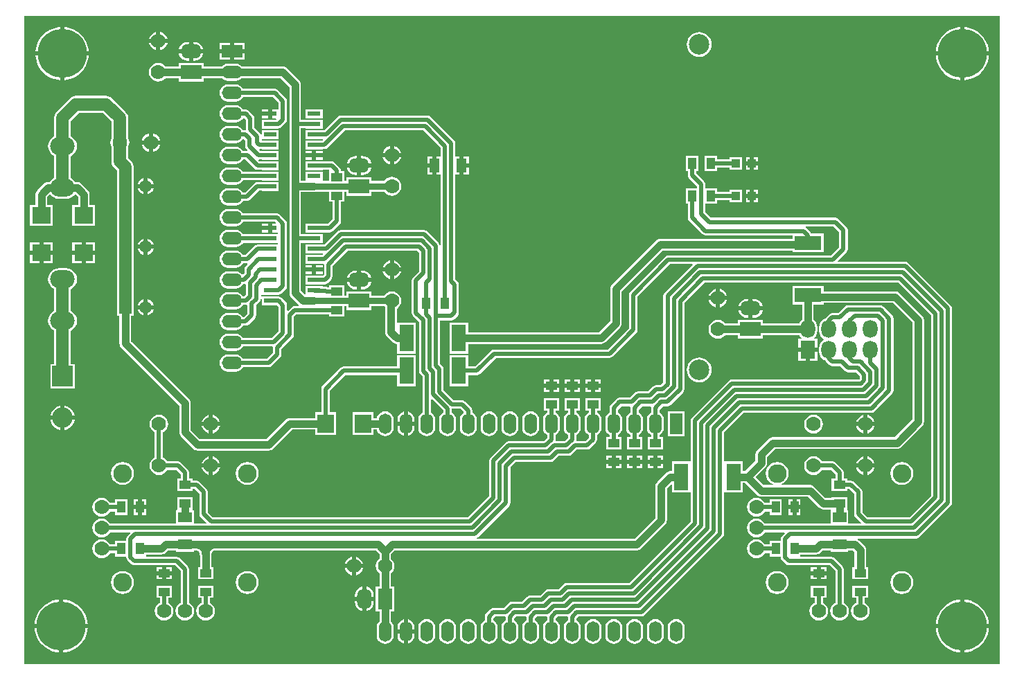
<source format=gbl>
G04*
G04 #@! TF.GenerationSoftware,Altium Limited,Altium Designer,18.0.7 (293)*
G04*
G04 Layer_Physical_Order=2*
G04 Layer_Color=16711680*
%FSLAX25Y25*%
%MOIN*%
G70*
G01*
G75*
%ADD10R,0.07087X0.12992*%
%ADD11R,0.12992X0.07087*%
%ADD12R,0.06500X0.05000*%
%ADD13R,0.05000X0.06500*%
%ADD14R,0.05500X0.03937*%
%ADD15R,0.03937X0.05500*%
%ADD16R,0.09055X0.08000*%
%ADD17R,0.03937X0.03937*%
%ADD18R,0.08000X0.09055*%
%ADD19R,0.06102X0.02362*%
%ADD20C,0.02000*%
%ADD21C,0.03500*%
%ADD22C,0.03000*%
%ADD23C,0.06000*%
%ADD24C,0.09843*%
%ADD25O,0.09843X0.06142*%
%ADD26R,0.09843X0.06142*%
%ADD27R,0.06142X0.09843*%
%ADD28O,0.06142X0.09843*%
%ADD29R,0.05906X0.05906*%
%ADD30C,0.05906*%
%ADD31C,0.07000*%
%ADD32R,0.07087X0.08661*%
%ADD33O,0.07087X0.08661*%
%ADD34R,0.10000X0.07000*%
%ADD35O,0.10000X0.07000*%
%ADD36R,0.07000X0.10000*%
%ADD37O,0.07000X0.10000*%
%ADD38R,0.09843X0.09843*%
%ADD39O,0.11811X0.08661*%
%ADD40C,0.23622*%
%ADD41C,0.09000*%
G36*
X470912Y1529D02*
X1529D01*
Y313431D01*
X470912D01*
Y1529D01*
D02*
G37*
%LPC*%
G36*
X66945Y305712D02*
Y302305D01*
X70352D01*
X70329Y302480D01*
X69876Y303574D01*
X69154Y304514D01*
X68214Y305236D01*
X67120Y305689D01*
X66945Y305712D01*
D02*
G37*
G36*
X64945Y305712D02*
X64770Y305689D01*
X63675Y305236D01*
X62735Y304514D01*
X62014Y303574D01*
X61561Y302480D01*
X61538Y302305D01*
X64945D01*
Y305712D01*
D02*
G37*
G36*
X83193Y300844D02*
X82693D01*
Y297305D01*
X87600D01*
X87577Y297480D01*
X87124Y298574D01*
X86402Y299514D01*
X85462Y300236D01*
X84368Y300689D01*
X83193Y300844D01*
D02*
G37*
G36*
X107299Y300376D02*
X102378D01*
Y297305D01*
X107299D01*
Y300376D01*
D02*
G37*
G36*
X100378D02*
X95457D01*
Y297305D01*
X100378D01*
Y300376D01*
D02*
G37*
G36*
X80693Y300844D02*
X80193D01*
X79018Y300689D01*
X77924Y300236D01*
X76983Y299514D01*
X76262Y298574D01*
X75809Y297480D01*
X75786Y297305D01*
X80693D01*
Y300844D01*
D02*
G37*
G36*
X70352Y300305D02*
X66945D01*
Y296898D01*
X67120Y296921D01*
X68214Y297374D01*
X69154Y298095D01*
X69876Y299035D01*
X70329Y300130D01*
X70352Y300305D01*
D02*
G37*
G36*
X64945D02*
X61538D01*
X61561Y300130D01*
X62014Y299035D01*
X62735Y298095D01*
X63675Y297374D01*
X64770Y296921D01*
X64945Y296898D01*
Y300305D01*
D02*
G37*
G36*
X453756Y308048D02*
Y296276D01*
X465528D01*
X465448Y297286D01*
X464978Y299247D01*
X464206Y301110D01*
X463152Y302829D01*
X461843Y304362D01*
X460309Y305672D01*
X458590Y306726D01*
X456727Y307497D01*
X454766Y307968D01*
X453756Y308048D01*
D02*
G37*
G36*
X451756D02*
X450746Y307968D01*
X448785Y307497D01*
X446922Y306726D01*
X445202Y305672D01*
X443669Y304362D01*
X442359Y302829D01*
X441306Y301110D01*
X440534Y299247D01*
X440063Y297286D01*
X439984Y296276D01*
X451756D01*
Y308048D01*
D02*
G37*
G36*
X20685D02*
Y296276D01*
X32457D01*
X32377Y297286D01*
X31907Y299247D01*
X31135Y301110D01*
X30081Y302829D01*
X28772Y304362D01*
X27239Y305672D01*
X25519Y306726D01*
X23656Y307497D01*
X21695Y307968D01*
X20685Y308048D01*
D02*
G37*
G36*
X18685D02*
X17675Y307968D01*
X15714Y307497D01*
X13851Y306726D01*
X12132Y305672D01*
X10598Y304362D01*
X9289Y302829D01*
X8235Y301110D01*
X7463Y299247D01*
X6993Y297286D01*
X6913Y296276D01*
X18685D01*
Y308048D01*
D02*
G37*
G36*
X326181Y305601D02*
X325020Y305487D01*
X323904Y305148D01*
X322875Y304598D01*
X321974Y303858D01*
X321234Y302957D01*
X320684Y301928D01*
X320346Y300812D01*
X320231Y299651D01*
X320346Y298490D01*
X320684Y297374D01*
X321234Y296346D01*
X321974Y295444D01*
X322875Y294704D01*
X323904Y294154D01*
X325020Y293816D01*
X326181Y293701D01*
X327342Y293816D01*
X328458Y294154D01*
X329487Y294704D01*
X330388Y295444D01*
X331128Y296346D01*
X331678Y297374D01*
X332017Y298490D01*
X332131Y299651D01*
X332017Y300812D01*
X331678Y301928D01*
X331128Y302957D01*
X330388Y303858D01*
X329487Y304598D01*
X328458Y305148D01*
X327342Y305487D01*
X326181Y305601D01*
D02*
G37*
G36*
X107299Y295305D02*
X102378D01*
Y292234D01*
X107299D01*
Y295305D01*
D02*
G37*
G36*
X100378D02*
X95457D01*
Y292234D01*
X100378D01*
Y295305D01*
D02*
G37*
G36*
X87600D02*
X82693D01*
Y291766D01*
X83193D01*
X84368Y291921D01*
X85462Y292374D01*
X86402Y293095D01*
X87124Y294035D01*
X87577Y295130D01*
X87600Y295305D01*
D02*
G37*
G36*
X80693D02*
X75786D01*
X75809Y295130D01*
X76262Y294035D01*
X76983Y293095D01*
X77924Y292374D01*
X79018Y291921D01*
X80193Y291766D01*
X80693D01*
Y295305D01*
D02*
G37*
G36*
X465528Y294276D02*
X453756D01*
Y282504D01*
X454766Y282583D01*
X456727Y283054D01*
X458590Y283826D01*
X460309Y284879D01*
X461843Y286189D01*
X463152Y287722D01*
X464206Y289441D01*
X464978Y291304D01*
X465448Y293265D01*
X465528Y294276D01*
D02*
G37*
G36*
X451756D02*
X439984D01*
X440063Y293265D01*
X440534Y291304D01*
X441306Y289441D01*
X442359Y287722D01*
X443669Y286189D01*
X445202Y284879D01*
X446922Y283826D01*
X448785Y283054D01*
X450746Y282583D01*
X451756Y282504D01*
Y294276D01*
D02*
G37*
G36*
X32457D02*
X20685D01*
Y282504D01*
X21695Y282583D01*
X23656Y283054D01*
X25519Y283826D01*
X27239Y284879D01*
X28772Y286189D01*
X30081Y287722D01*
X31135Y289441D01*
X31907Y291304D01*
X32377Y293265D01*
X32457Y294276D01*
D02*
G37*
G36*
X18685D02*
X6913D01*
X6993Y293265D01*
X7463Y291304D01*
X8235Y289441D01*
X9289Y287722D01*
X10598Y286189D01*
X12132Y284879D01*
X13851Y283826D01*
X15714Y283054D01*
X17675Y282583D01*
X18685Y282504D01*
Y294276D01*
D02*
G37*
G36*
X118685Y268545D02*
X115634D01*
Y267364D01*
X118685D01*
Y268545D01*
D02*
G37*
G36*
X144996D02*
X136894D01*
Y264183D01*
X144996D01*
Y268545D01*
D02*
G37*
G36*
X118685Y265364D02*
X115634D01*
Y264183D01*
X118685D01*
Y265364D01*
D02*
G37*
G36*
X65945Y290844D02*
X64770Y290689D01*
X63675Y290235D01*
X62735Y289514D01*
X62014Y288574D01*
X61561Y287479D01*
X61406Y286305D01*
X61561Y285130D01*
X62014Y284035D01*
X62735Y283095D01*
X63675Y282374D01*
X64770Y281921D01*
X65945Y281766D01*
X67120Y281921D01*
X68214Y282374D01*
X69154Y283095D01*
X69489Y283531D01*
X75693D01*
Y281805D01*
X87693D01*
Y283531D01*
X96525D01*
X96624Y283401D01*
X97475Y282749D01*
X98465Y282339D01*
X99528Y282199D01*
X103228D01*
X104291Y282339D01*
X105281Y282749D01*
X106132Y283401D01*
X106231Y283531D01*
X124663D01*
X129022Y279172D01*
Y261364D01*
Y231364D01*
Y206246D01*
Y179927D01*
X129116Y179209D01*
X129393Y178541D01*
X129834Y177966D01*
X133515Y174285D01*
X133515Y174282D01*
X133345Y173785D01*
X131492D01*
X130711Y173630D01*
X130050Y173188D01*
X128395Y171533D01*
X127933Y171724D01*
Y174183D01*
X127933Y174183D01*
X127778Y174964D01*
X127336Y175626D01*
X125274Y177688D01*
X124612Y178130D01*
X123832Y178285D01*
X123736D01*
Y178427D01*
X115681D01*
X115634Y178427D01*
X115391Y178488D01*
Y179004D01*
X115634Y179065D01*
X115681Y179065D01*
X123736D01*
Y179207D01*
X123832D01*
X124612Y179362D01*
X125274Y179804D01*
X127336Y181866D01*
X127778Y182527D01*
X127933Y183308D01*
X127933Y183308D01*
Y213392D01*
X127778Y214173D01*
X127336Y214834D01*
X127336Y214834D01*
X124423Y217747D01*
X123762Y218189D01*
X122981Y218344D01*
X106790D01*
X106784Y218358D01*
X106132Y219208D01*
X105281Y219861D01*
X104291Y220271D01*
X103228Y220411D01*
X99528D01*
X98465Y220271D01*
X97475Y219861D01*
X96624Y219208D01*
X95972Y218358D01*
X95561Y217368D01*
X95422Y216305D01*
X95561Y215242D01*
X95972Y214252D01*
X96624Y213401D01*
X97475Y212749D01*
X98465Y212339D01*
X99528Y212199D01*
X103228D01*
X104291Y212339D01*
X105281Y212749D01*
X106132Y213401D01*
X106784Y214252D01*
X106790Y214266D01*
X122137D01*
X122514Y213889D01*
X122322Y213427D01*
X120685D01*
Y211246D01*
Y209065D01*
X123330D01*
X123516Y208746D01*
X123330Y208427D01*
X115634D01*
Y208285D01*
X106815D01*
X106784Y208358D01*
X106132Y209208D01*
X105281Y209861D01*
X104291Y210271D01*
X103228Y210411D01*
X99528D01*
X98465Y210271D01*
X97475Y209861D01*
X96624Y209208D01*
X95972Y208358D01*
X95561Y207367D01*
X95422Y206305D01*
X95561Y205242D01*
X95972Y204252D01*
X96624Y203401D01*
X97475Y202749D01*
X98465Y202339D01*
X99528Y202199D01*
X103228D01*
X104291Y202339D01*
X105281Y202749D01*
X106132Y203401D01*
X106750Y204206D01*
X115634D01*
Y204065D01*
X123330D01*
X123516Y203746D01*
X123330Y203427D01*
X115634D01*
Y203285D01*
X113666D01*
X112886Y203130D01*
X112224Y202688D01*
X112224Y202688D01*
X107880Y198344D01*
X106790D01*
X106784Y198358D01*
X106132Y199208D01*
X105281Y199861D01*
X104291Y200271D01*
X103228Y200411D01*
X99528D01*
X98465Y200271D01*
X97475Y199861D01*
X96624Y199208D01*
X95972Y198358D01*
X95561Y197368D01*
X95422Y196305D01*
X95561Y195242D01*
X95972Y194252D01*
X96624Y193401D01*
X97475Y192749D01*
X98465Y192339D01*
X99528Y192199D01*
X103228D01*
X104291Y192339D01*
X105281Y192749D01*
X106132Y193401D01*
X106784Y194252D01*
X106790Y194266D01*
X108684D01*
X108764Y194172D01*
X108921Y193795D01*
X107913Y192787D01*
X107471Y192125D01*
X107315Y191345D01*
Y189433D01*
X106816Y188934D01*
X106317Y188967D01*
X106132Y189208D01*
X105281Y189861D01*
X104291Y190271D01*
X103228Y190411D01*
X99528D01*
X98465Y190271D01*
X97475Y189861D01*
X96624Y189208D01*
X95972Y188358D01*
X95561Y187367D01*
X95422Y186305D01*
X95561Y185242D01*
X95972Y184252D01*
X96624Y183401D01*
X97475Y182749D01*
X98465Y182339D01*
X99528Y182199D01*
X103228D01*
X104291Y182339D01*
X105281Y182749D01*
X106132Y183401D01*
X106784Y184252D01*
X106790Y184266D01*
X107071D01*
X107603Y184371D01*
X108103Y184034D01*
Y179275D01*
X107252Y178424D01*
X107222Y178420D01*
X106715Y178448D01*
X106132Y179208D01*
X105281Y179861D01*
X104291Y180271D01*
X103228Y180411D01*
X99528D01*
X98465Y180271D01*
X97475Y179861D01*
X96624Y179208D01*
X95972Y178358D01*
X95561Y177367D01*
X95422Y176305D01*
X95561Y175242D01*
X95972Y174252D01*
X96624Y173401D01*
X97475Y172749D01*
X98465Y172339D01*
X99528Y172199D01*
X103228D01*
X104291Y172339D01*
X105281Y172749D01*
X106132Y173401D01*
X106784Y174252D01*
X106790Y174266D01*
X108017D01*
X108390Y174340D01*
X108890Y173930D01*
Y170142D01*
X107252Y168504D01*
X107188Y168484D01*
X106663Y168516D01*
X106132Y169208D01*
X105281Y169861D01*
X104291Y170271D01*
X103228Y170411D01*
X99528D01*
X98465Y170271D01*
X97475Y169861D01*
X96624Y169208D01*
X95972Y168358D01*
X95561Y167367D01*
X95422Y166305D01*
X95561Y165242D01*
X95972Y164252D01*
X96624Y163401D01*
X97475Y162749D01*
X98465Y162339D01*
X99528Y162199D01*
X103228D01*
X104291Y162339D01*
X105281Y162749D01*
X106132Y163401D01*
X106784Y164252D01*
X106790Y164266D01*
X107937D01*
X108717Y164421D01*
X109379Y164863D01*
X112371Y167856D01*
X112371Y167856D01*
X112813Y168517D01*
X112969Y169298D01*
X112969Y169298D01*
Y174130D01*
X114584Y175746D01*
X115026Y176407D01*
X115134Y176950D01*
X115634Y176901D01*
Y174065D01*
X123129D01*
X123855Y173339D01*
Y161729D01*
X120470Y158344D01*
X106790D01*
X106784Y158358D01*
X106132Y159208D01*
X105281Y159861D01*
X104291Y160271D01*
X103228Y160411D01*
X99528D01*
X98465Y160271D01*
X97475Y159861D01*
X96624Y159208D01*
X95972Y158358D01*
X95561Y157368D01*
X95422Y156305D01*
X95561Y155242D01*
X95972Y154252D01*
X96624Y153401D01*
X97475Y152749D01*
X98465Y152339D01*
X99528Y152199D01*
X103228D01*
X104291Y152339D01*
X105281Y152749D01*
X106132Y153401D01*
X106784Y154252D01*
X106790Y154266D01*
X120780D01*
X121095Y153882D01*
Y151244D01*
X118194Y148344D01*
X106790D01*
X106784Y148358D01*
X106132Y149208D01*
X105281Y149861D01*
X104291Y150271D01*
X103228Y150411D01*
X99528D01*
X98465Y150271D01*
X97475Y149861D01*
X96624Y149208D01*
X95972Y148358D01*
X95561Y147368D01*
X95422Y146305D01*
X95561Y145242D01*
X95972Y144252D01*
X96624Y143401D01*
X97475Y142749D01*
X98465Y142339D01*
X99528Y142199D01*
X103228D01*
X104291Y142339D01*
X105281Y142749D01*
X106132Y143401D01*
X106784Y144252D01*
X106790Y144266D01*
X119039D01*
X119819Y144421D01*
X120481Y144863D01*
X124576Y148958D01*
X125018Y149619D01*
X125173Y150400D01*
Y153037D01*
X130644Y158508D01*
X131086Y159169D01*
X131241Y159950D01*
X131241Y159950D01*
Y168612D01*
X132336Y169707D01*
X148022D01*
Y168777D01*
X155522D01*
Y173697D01*
X156598D01*
Y171746D01*
X168598D01*
Y173697D01*
X174630D01*
X175127Y173049D01*
Y161068D01*
X175222Y160351D01*
X175499Y159682D01*
X175940Y159107D01*
X178696Y156351D01*
X179270Y155911D01*
X179939Y155633D01*
X180657Y155539D01*
X180837D01*
Y150817D01*
X189924D01*
Y165809D01*
X180837D01*
X180675Y166241D01*
Y172360D01*
X181556Y173036D01*
X182277Y173976D01*
X182731Y175071D01*
X182885Y176246D01*
X182731Y177420D01*
X182277Y178515D01*
X181556Y179455D01*
X180616Y180176D01*
X179521Y180630D01*
X178347Y180784D01*
X177172Y180630D01*
X176077Y180176D01*
X175137Y179455D01*
X174630Y178795D01*
X168598D01*
Y180746D01*
X156598D01*
Y178795D01*
X155522D01*
Y183714D01*
X148022D01*
Y182785D01*
X147458D01*
X147147Y182993D01*
X146366Y183148D01*
X144996D01*
Y183427D01*
X136894D01*
Y179459D01*
X136394Y179252D01*
X134569Y181076D01*
Y204206D01*
X136894D01*
Y204065D01*
X144996D01*
Y208427D01*
X136894D01*
Y208285D01*
X134569D01*
Y228590D01*
X140945D01*
X141663Y228685D01*
X141977Y228815D01*
X148022D01*
Y223896D01*
X149732D01*
Y215418D01*
X147599Y213285D01*
X144996D01*
Y213427D01*
X136894D01*
Y209065D01*
X144996D01*
Y209207D01*
X148444D01*
X149224Y209362D01*
X149886Y209804D01*
X153214Y213131D01*
X153656Y213793D01*
X153811Y214573D01*
Y223896D01*
X155522D01*
Y228815D01*
X156598D01*
Y226864D01*
X168598D01*
Y228815D01*
X174630D01*
X175137Y228154D01*
X176077Y227433D01*
X177172Y226980D01*
X178347Y226825D01*
X179521Y226980D01*
X180616Y227433D01*
X181556Y228154D01*
X182277Y229094D01*
X182731Y230189D01*
X182885Y231364D01*
X182731Y232539D01*
X182277Y233633D01*
X181556Y234573D01*
X180616Y235295D01*
X179521Y235748D01*
X178347Y235903D01*
X177172Y235748D01*
X176077Y235295D01*
X175137Y234573D01*
X174630Y233913D01*
X168598D01*
Y235864D01*
X156598D01*
Y233913D01*
X155522D01*
Y238832D01*
X153811D01*
Y238983D01*
X153656Y239763D01*
X153214Y240425D01*
X150833Y242806D01*
X150171Y243248D01*
X149391Y243403D01*
X144996D01*
Y243545D01*
X136894D01*
Y239183D01*
X144996D01*
Y239325D01*
X148003D01*
X148022Y238832D01*
X148022D01*
Y233913D01*
X145384D01*
X144996Y234183D01*
X144996Y234413D01*
Y238545D01*
X136894D01*
X136894Y234183D01*
X136412Y234138D01*
X134569D01*
Y259325D01*
X136894D01*
Y259183D01*
X144996D01*
Y263545D01*
X136894D01*
Y263403D01*
X134569D01*
Y280321D01*
X134475Y281039D01*
X134198Y281708D01*
X133757Y282282D01*
X127773Y288266D01*
X127199Y288707D01*
X126530Y288984D01*
X125812Y289078D01*
X106231D01*
X106132Y289208D01*
X105281Y289861D01*
X104291Y290271D01*
X103228Y290411D01*
X99528D01*
X98465Y290271D01*
X97475Y289861D01*
X96624Y289208D01*
X96525Y289078D01*
X87693D01*
Y290805D01*
X75693D01*
Y289078D01*
X69489D01*
X69154Y289514D01*
X68214Y290235D01*
X67120Y290689D01*
X65945Y290844D01*
D02*
G37*
G36*
X103228Y280411D02*
X99528D01*
X98465Y280271D01*
X97475Y279861D01*
X96624Y279208D01*
X95972Y278358D01*
X95561Y277367D01*
X95422Y276305D01*
X95561Y275242D01*
X95972Y274252D01*
X96624Y273401D01*
X97475Y272749D01*
X98465Y272339D01*
X99528Y272199D01*
X103228D01*
X104291Y272339D01*
X105281Y272749D01*
X106132Y273401D01*
X106784Y274252D01*
X106790Y274266D01*
X121192D01*
X123855Y271603D01*
Y268996D01*
X123736Y268545D01*
X123355Y268545D01*
X120685D01*
Y266364D01*
Y264183D01*
X122608D01*
X122875Y263683D01*
X122783Y263545D01*
X115634D01*
Y259183D01*
X123736D01*
Y259325D01*
X123832D01*
X124612Y259480D01*
X125274Y259922D01*
X127336Y261984D01*
X127778Y262646D01*
X127933Y263426D01*
X127933Y263426D01*
Y272447D01*
X127933Y272447D01*
X127778Y273228D01*
X127336Y273889D01*
X123478Y277747D01*
X122817Y278189D01*
X122037Y278344D01*
X106790D01*
X106784Y278358D01*
X106132Y279208D01*
X105281Y279861D01*
X104291Y280271D01*
X103228Y280411D01*
D02*
G37*
G36*
X153713Y265431D02*
X152933Y265276D01*
X152271Y264834D01*
X152271Y264834D01*
X145840Y258403D01*
X144996D01*
Y258545D01*
X136894D01*
Y254183D01*
X144996D01*
X144996Y254183D01*
Y254183D01*
X145125Y254153D01*
X145179Y253628D01*
X144996Y253545D01*
X136894D01*
Y249183D01*
X144996D01*
Y249325D01*
X145928D01*
X146708Y249480D01*
X147370Y249922D01*
X155800Y258353D01*
X193492D01*
X201859Y249986D01*
Y245614D01*
X199898D01*
Y241364D01*
Y237114D01*
X201859D01*
Y203204D01*
X201359Y203155D01*
X201282Y203542D01*
X200840Y204204D01*
X195328Y209716D01*
X194666Y210158D01*
X193886Y210313D01*
X153713D01*
X153713Y210313D01*
X152933Y210158D01*
X152271Y209716D01*
X152271Y209716D01*
X145840Y203285D01*
X144996D01*
Y203427D01*
X136894D01*
Y199065D01*
X144996D01*
X144996Y199065D01*
Y199065D01*
X145125Y199035D01*
X145179Y198510D01*
X144996Y198427D01*
X136894D01*
Y194065D01*
X144996D01*
Y194065D01*
X145262Y194050D01*
X145654Y193768D01*
Y188777D01*
X145440Y188563D01*
X144996Y188427D01*
X144996Y188427D01*
Y188427D01*
X144996Y188427D01*
X136894D01*
Y184065D01*
X144996D01*
Y184206D01*
X146006D01*
X146786Y184362D01*
X147448Y184804D01*
X149135Y186491D01*
X149577Y187152D01*
X149732Y187933D01*
Y192924D01*
X157043Y200235D01*
X190556D01*
X191358Y199432D01*
Y190432D01*
X188456Y187529D01*
X188014Y186868D01*
X187859Y186088D01*
Y170461D01*
X188014Y169680D01*
X188456Y169019D01*
X191358Y166116D01*
Y142560D01*
X191514Y141779D01*
X191956Y141118D01*
X193146Y139928D01*
Y122553D01*
X193013Y122498D01*
X192162Y121845D01*
X191510Y120995D01*
X191100Y120005D01*
X190960Y118942D01*
Y115241D01*
X191100Y114178D01*
X191510Y113188D01*
X192162Y112338D01*
X193013Y111685D01*
X194003Y111275D01*
X195066Y111135D01*
X196128Y111275D01*
X197119Y111685D01*
X197969Y112338D01*
X198622Y113188D01*
X199032Y114178D01*
X199172Y115241D01*
Y118942D01*
X199032Y120005D01*
X198622Y120995D01*
X197969Y121845D01*
X197224Y122417D01*
Y128708D01*
X197686Y128899D01*
X203027Y123559D01*
Y122503D01*
X203013Y122498D01*
X202162Y121845D01*
X201510Y120995D01*
X201100Y120005D01*
X200960Y118942D01*
Y115241D01*
X201100Y114178D01*
X201510Y113188D01*
X202162Y112338D01*
X203013Y111685D01*
X204003Y111275D01*
X205066Y111135D01*
X206129Y111275D01*
X207119Y111685D01*
X207969Y112338D01*
X208622Y113188D01*
X209032Y114178D01*
X209172Y115241D01*
Y118942D01*
X209032Y120005D01*
X208622Y120995D01*
X207969Y121845D01*
X207119Y122498D01*
X207105Y122503D01*
Y123910D01*
X207289Y124384D01*
X207572Y124384D01*
X211308D01*
X212777Y122915D01*
X212779Y122912D01*
X212736Y122286D01*
X212162Y121845D01*
X211510Y120995D01*
X211100Y120005D01*
X210960Y118942D01*
Y115241D01*
X211100Y114178D01*
X211510Y113188D01*
X212162Y112338D01*
X213013Y111685D01*
X214003Y111275D01*
X215066Y111135D01*
X216128Y111275D01*
X217119Y111685D01*
X217969Y112338D01*
X218622Y113188D01*
X219032Y114178D01*
X219172Y115241D01*
Y118942D01*
X219032Y120005D01*
X218622Y120995D01*
X217969Y121845D01*
X217119Y122498D01*
X217105Y122503D01*
Y123510D01*
X216950Y124290D01*
X216508Y124952D01*
X213595Y127865D01*
X212933Y128307D01*
X212153Y128462D01*
X208133D01*
X203224Y133371D01*
Y143257D01*
X203069Y144038D01*
X202627Y144699D01*
X201437Y145890D01*
Y166865D01*
X206898D01*
X207678Y167020D01*
X208340Y167462D01*
X210013Y169135D01*
X210013Y169135D01*
X210455Y169797D01*
X210610Y170577D01*
Y183957D01*
X210455Y184737D01*
X210013Y185399D01*
X210013Y185399D01*
X208937Y186475D01*
Y237114D01*
X210898D01*
Y241364D01*
Y245614D01*
X208937D01*
Y252073D01*
X208782Y252854D01*
X208340Y253515D01*
X197021Y264834D01*
X196360Y265276D01*
X195579Y265431D01*
X153713D01*
X153713Y265431D01*
D02*
G37*
G36*
X103228Y270411D02*
X99528D01*
X98465Y270271D01*
X97475Y269861D01*
X96624Y269208D01*
X95972Y268358D01*
X95561Y267368D01*
X95422Y266305D01*
X95561Y265242D01*
X95972Y264252D01*
X96624Y263401D01*
X97475Y262749D01*
X98465Y262339D01*
X99528Y262199D01*
X103228D01*
X104291Y262339D01*
X105281Y262749D01*
X106132Y263401D01*
X106715Y264161D01*
X107222Y264190D01*
X107252Y264186D01*
X108103Y263335D01*
Y258790D01*
X107917Y258532D01*
X107657Y258344D01*
X106790D01*
X106784Y258358D01*
X106132Y259208D01*
X105281Y259861D01*
X104291Y260271D01*
X103228Y260411D01*
X99528D01*
X98465Y260271D01*
X97475Y259861D01*
X96624Y259208D01*
X95972Y258358D01*
X95561Y257367D01*
X95422Y256305D01*
X95561Y255242D01*
X95972Y254252D01*
X96624Y253401D01*
X97475Y252749D01*
X98465Y252339D01*
X99528Y252199D01*
X103228D01*
X104291Y252339D01*
X105281Y252749D01*
X106132Y253401D01*
X106562Y253961D01*
X107196Y254005D01*
X107709Y253492D01*
Y250794D01*
X107864Y250013D01*
X108306Y249352D01*
X108877Y248781D01*
X108607Y248344D01*
X106790D01*
X106784Y248358D01*
X106132Y249208D01*
X105281Y249861D01*
X104291Y250271D01*
X103228Y250411D01*
X99528D01*
X98465Y250271D01*
X97475Y249861D01*
X96624Y249208D01*
X95972Y248358D01*
X95561Y247368D01*
X95422Y246305D01*
X95561Y245242D01*
X95972Y244252D01*
X96624Y243401D01*
X97475Y242749D01*
X98465Y242339D01*
X99528Y242199D01*
X103228D01*
X104291Y242339D01*
X105281Y242749D01*
X106132Y243401D01*
X106784Y244252D01*
X106790Y244266D01*
X107880D01*
X112224Y239922D01*
X112224Y239922D01*
X112886Y239480D01*
X113666Y239325D01*
X115634D01*
Y239183D01*
X123736D01*
Y243545D01*
X115634D01*
Y243403D01*
X114511D01*
X114031Y243883D01*
X114040Y243909D01*
X114296Y244325D01*
X115634D01*
Y244183D01*
X123736D01*
Y248545D01*
X115634D01*
Y248403D01*
X115023D01*
X114601Y248825D01*
X114808Y249325D01*
X115634D01*
Y249183D01*
X123736D01*
Y253545D01*
X115896D01*
X115704Y253864D01*
X115896Y254183D01*
X123736D01*
Y258545D01*
X115634D01*
Y256444D01*
X115373Y256361D01*
X115134Y256361D01*
X114733Y256960D01*
X112181Y259512D01*
Y264179D01*
X112181Y264179D01*
X112026Y264960D01*
X111584Y265621D01*
X111584Y265621D01*
X109458Y267747D01*
X108797Y268189D01*
X108017Y268344D01*
X106790D01*
X106784Y268358D01*
X106132Y269208D01*
X105281Y269861D01*
X104291Y270271D01*
X103228Y270411D01*
D02*
G37*
G36*
X63433Y256819D02*
Y253411D01*
X66840D01*
X66817Y253586D01*
X66364Y254681D01*
X65642Y255621D01*
X64702Y256342D01*
X63608Y256796D01*
X63433Y256819D01*
D02*
G37*
G36*
X61433Y256819D02*
X61258Y256796D01*
X60164Y256342D01*
X59224Y255621D01*
X58502Y254681D01*
X58049Y253586D01*
X58026Y253411D01*
X61433D01*
Y256819D01*
D02*
G37*
G36*
X66840Y251411D02*
X63433D01*
Y248004D01*
X63608Y248027D01*
X64702Y248481D01*
X65642Y249202D01*
X66364Y250142D01*
X66817Y251237D01*
X66840Y251411D01*
D02*
G37*
G36*
X61433D02*
X58026D01*
X58049Y251237D01*
X58502Y250142D01*
X59224Y249202D01*
X60164Y248481D01*
X61258Y248027D01*
X61433Y248004D01*
Y251411D01*
D02*
G37*
G36*
X179347Y250771D02*
Y247364D01*
X182754D01*
X182731Y247538D01*
X182277Y248633D01*
X181556Y249573D01*
X180616Y250294D01*
X179521Y250748D01*
X179347Y250771D01*
D02*
G37*
G36*
X177347Y250771D02*
X177172Y250748D01*
X176077Y250294D01*
X175137Y249573D01*
X174416Y248633D01*
X173962Y247538D01*
X173939Y247364D01*
X177347D01*
Y250771D01*
D02*
G37*
G36*
X144996Y248545D02*
X141945D01*
Y247364D01*
X144996D01*
Y248545D01*
D02*
G37*
G36*
X139945D02*
X136894D01*
Y247364D01*
X139945D01*
Y248545D01*
D02*
G37*
G36*
X144996Y245364D02*
X141945D01*
Y244183D01*
X144996D01*
Y245364D01*
D02*
G37*
G36*
X139945D02*
X136894D01*
Y244183D01*
X139945D01*
Y245364D01*
D02*
G37*
G36*
X354585Y245370D02*
X352616D01*
Y243402D01*
X354585D01*
Y245370D01*
D02*
G37*
G36*
X350616D02*
X348648D01*
Y243402D01*
X350616D01*
Y245370D01*
D02*
G37*
G36*
X164098Y245903D02*
X163598D01*
Y242364D01*
X168506D01*
X168483Y242538D01*
X168029Y243633D01*
X167308Y244573D01*
X166368Y245294D01*
X165273Y245748D01*
X164098Y245903D01*
D02*
G37*
G36*
X161598D02*
X161098D01*
X159924Y245748D01*
X158829Y245294D01*
X157889Y244573D01*
X157168Y243633D01*
X156714Y242538D01*
X156691Y242364D01*
X161598D01*
Y245903D01*
D02*
G37*
G36*
X215398Y245614D02*
X212898D01*
Y242364D01*
X215398D01*
Y245614D01*
D02*
G37*
G36*
X197898D02*
X195398D01*
Y242364D01*
X197898D01*
Y245614D01*
D02*
G37*
G36*
X182754Y245364D02*
X179347D01*
Y241957D01*
X179521Y241980D01*
X180616Y242433D01*
X181556Y243154D01*
X182277Y244094D01*
X182731Y245189D01*
X182754Y245364D01*
D02*
G37*
G36*
X177347D02*
X173939D01*
X173962Y245189D01*
X174416Y244094D01*
X175137Y243154D01*
X176077Y242433D01*
X177172Y241980D01*
X177347Y241957D01*
Y245364D01*
D02*
G37*
G36*
X354585Y241402D02*
X352616D01*
Y239433D01*
X354585D01*
Y241402D01*
D02*
G37*
G36*
X350616D02*
X348648D01*
Y239433D01*
X350616D01*
Y241402D01*
D02*
G37*
G36*
X334634Y246152D02*
X328697D01*
Y238652D01*
X334634D01*
Y240362D01*
X340774D01*
Y239433D01*
X346711D01*
Y245370D01*
X340774D01*
Y244441D01*
X334634D01*
Y246152D01*
D02*
G37*
G36*
X215398Y240364D02*
X212898D01*
Y237114D01*
X215398D01*
Y240364D01*
D02*
G37*
G36*
X197898D02*
X195398D01*
Y237114D01*
X197898D01*
Y240364D01*
D02*
G37*
G36*
X168506Y240364D02*
X163598D01*
Y236825D01*
X164098D01*
X165273Y236980D01*
X166368Y237433D01*
X167308Y238154D01*
X168029Y239094D01*
X168483Y240189D01*
X168506Y240364D01*
D02*
G37*
G36*
X161598D02*
X156691D01*
X156714Y240189D01*
X157168Y239094D01*
X157889Y238154D01*
X158829Y237433D01*
X159924Y236980D01*
X161098Y236825D01*
X161598D01*
Y240364D01*
D02*
G37*
G36*
X103228Y240411D02*
X99528D01*
X98465Y240271D01*
X97475Y239861D01*
X96624Y239208D01*
X95972Y238358D01*
X95561Y237368D01*
X95422Y236305D01*
X95561Y235242D01*
X95972Y234252D01*
X96624Y233401D01*
X97475Y232749D01*
X98465Y232339D01*
X99528Y232199D01*
X103228D01*
X104291Y232339D01*
X105281Y232749D01*
X106132Y233401D01*
X106784Y234252D01*
X106815Y234325D01*
X115634D01*
Y234183D01*
X123736D01*
Y238545D01*
X115634D01*
Y238403D01*
X106750D01*
X106132Y239208D01*
X105281Y239861D01*
X104291Y240271D01*
X103228Y240411D01*
D02*
G37*
G36*
X60854Y235368D02*
Y232513D01*
X63710D01*
X63705Y232545D01*
X63307Y233506D01*
X62673Y234332D01*
X61848Y234966D01*
X60886Y235364D01*
X60854Y235368D01*
D02*
G37*
G36*
X58854D02*
X58823Y235364D01*
X57861Y234966D01*
X57035Y234332D01*
X56402Y233506D01*
X56003Y232545D01*
X55999Y232513D01*
X58854D01*
Y235368D01*
D02*
G37*
G36*
X123736Y233545D02*
X115634D01*
Y233403D01*
X113547D01*
X112767Y233248D01*
X112105Y232806D01*
X107643Y228344D01*
X106790D01*
X106784Y228358D01*
X106132Y229208D01*
X105281Y229861D01*
X104291Y230271D01*
X103228Y230411D01*
X99528D01*
X98465Y230271D01*
X97475Y229861D01*
X96624Y229208D01*
X95972Y228358D01*
X95561Y227367D01*
X95422Y226305D01*
X95561Y225242D01*
X95972Y224252D01*
X96624Y223401D01*
X97475Y222749D01*
X98465Y222339D01*
X99528Y222199D01*
X103228D01*
X104291Y222339D01*
X105281Y222749D01*
X106132Y223401D01*
X106784Y224252D01*
X106790Y224266D01*
X108488D01*
X109268Y224421D01*
X109930Y224863D01*
X114392Y229325D01*
X115634D01*
Y229183D01*
X123736D01*
Y233545D01*
D02*
G37*
G36*
X63710Y230513D02*
X60854D01*
Y227658D01*
X60886Y227662D01*
X61848Y228060D01*
X62673Y228694D01*
X63307Y229520D01*
X63705Y230481D01*
X63710Y230513D01*
D02*
G37*
G36*
X58854D02*
X55999D01*
X56003Y230481D01*
X56402Y229520D01*
X57035Y228694D01*
X57861Y228060D01*
X58823Y227662D01*
X58854Y227658D01*
Y230513D01*
D02*
G37*
G36*
X354585Y229622D02*
X352616D01*
Y227654D01*
X354585D01*
Y229622D01*
D02*
G37*
G36*
X350616D02*
X348648D01*
Y227654D01*
X350616D01*
Y229622D01*
D02*
G37*
G36*
X354585Y225654D02*
X352616D01*
Y223685D01*
X354585D01*
Y225654D01*
D02*
G37*
G36*
X350616D02*
X348648D01*
Y223685D01*
X350616D01*
Y225654D01*
D02*
G37*
G36*
X325634Y246152D02*
X319697D01*
Y238652D01*
X320626D01*
Y236776D01*
X320782Y235996D01*
X321224Y235334D01*
X325074Y231484D01*
Y230403D01*
X319697D01*
Y222903D01*
X320626D01*
Y216304D01*
X320782Y215524D01*
X321224Y214862D01*
X327640Y208446D01*
X328302Y208003D01*
X329082Y207848D01*
X329082Y207848D01*
X371002D01*
Y206099D01*
X307559D01*
X306841Y206005D01*
X306172Y205728D01*
X305598Y205287D01*
X284207Y183896D01*
X283767Y183321D01*
X283489Y182653D01*
X283395Y181935D01*
Y166548D01*
X277933Y161086D01*
X215121D01*
Y165809D01*
X206034D01*
Y150817D01*
X215121D01*
Y155539D01*
X279082D01*
X279800Y155633D01*
X280469Y155911D01*
X281043Y156351D01*
X288130Y163438D01*
X288571Y164012D01*
X288848Y164681D01*
X288942Y165399D01*
Y180786D01*
X308708Y200552D01*
X371002D01*
Y199569D01*
X385994D01*
Y208655D01*
X380276D01*
X379940Y209157D01*
X377768Y211329D01*
X377245Y211679D01*
X377397Y212179D01*
X390836D01*
X393578Y209436D01*
Y202071D01*
X389561Y198054D01*
X311272D01*
X310492Y197898D01*
X309830Y197456D01*
X292994Y180621D01*
X292552Y179959D01*
X292397Y179179D01*
Y163094D01*
X282174Y152872D01*
X227507D01*
X226727Y152716D01*
X226065Y152274D01*
X218395Y144604D01*
X215121D01*
Y150061D01*
X206034D01*
Y135069D01*
X215121D01*
Y140525D01*
X219240D01*
X220020Y140681D01*
X220682Y141123D01*
X228352Y148793D01*
X283019D01*
X283800Y148948D01*
X284461Y149390D01*
X295878Y160808D01*
X296320Y161469D01*
X296476Y162250D01*
Y178334D01*
X312117Y193975D01*
X322801D01*
X322992Y193513D01*
X309553Y180074D01*
X309111Y179412D01*
X308956Y178632D01*
Y136983D01*
X307577Y135605D01*
X305444D01*
X304664Y135450D01*
X304002Y135007D01*
X301599Y132605D01*
X296687D01*
X295906Y132449D01*
X295245Y132007D01*
X292842Y129605D01*
X287929D01*
X287149Y129449D01*
X286487Y129007D01*
X283624Y126144D01*
X283182Y125482D01*
X283027Y124702D01*
Y122503D01*
X283013Y122498D01*
X282162Y121845D01*
X281510Y120995D01*
X281100Y120005D01*
X280960Y118942D01*
Y115241D01*
X281100Y114178D01*
X281510Y113188D01*
X282162Y112338D01*
X283013Y111685D01*
X283027Y111679D01*
Y110780D01*
X281316D01*
Y104843D01*
X288816D01*
Y110780D01*
X287105D01*
Y111679D01*
X287119Y111685D01*
X287969Y112338D01*
X288622Y113188D01*
X289032Y114178D01*
X289172Y115241D01*
Y118942D01*
X289032Y120005D01*
X288622Y120995D01*
X287969Y121845D01*
X287119Y122498D01*
X287105Y122503D01*
Y123857D01*
X288774Y125526D01*
X292681D01*
X293091Y125026D01*
X293027Y124702D01*
Y122503D01*
X293013Y122498D01*
X292162Y121845D01*
X291510Y120995D01*
X291100Y120005D01*
X290960Y118942D01*
Y115241D01*
X291100Y114178D01*
X291510Y113188D01*
X292162Y112338D01*
X293013Y111685D01*
X293027Y111679D01*
Y110780D01*
X291316D01*
Y104843D01*
X298816D01*
Y110780D01*
X297105D01*
Y111679D01*
X297119Y111685D01*
X297969Y112338D01*
X298622Y113188D01*
X299032Y114178D01*
X299172Y115241D01*
Y118942D01*
X299032Y120005D01*
X298622Y120995D01*
X297969Y121845D01*
X297119Y122498D01*
X297105Y122503D01*
Y123857D01*
X298774Y125526D01*
X302681D01*
X303091Y125026D01*
X303027Y124702D01*
Y122503D01*
X303013Y122498D01*
X302162Y121845D01*
X301510Y120995D01*
X301100Y120005D01*
X300960Y118942D01*
Y115241D01*
X301100Y114178D01*
X301510Y113188D01*
X302162Y112338D01*
X303013Y111685D01*
X303027Y111679D01*
Y110780D01*
X301316D01*
Y104843D01*
X308816D01*
Y110780D01*
X307105D01*
Y111679D01*
X307119Y111685D01*
X307969Y112338D01*
X308622Y113188D01*
X309032Y114178D01*
X309172Y115241D01*
Y118942D01*
X309032Y120005D01*
X308622Y120995D01*
X307969Y121845D01*
X307119Y122498D01*
X307105Y122503D01*
Y123857D01*
X308774Y125526D01*
X310907D01*
X311688Y125681D01*
X312349Y126124D01*
X318437Y132211D01*
X318879Y132873D01*
X319034Y133653D01*
Y175302D01*
X328707Y184975D01*
X422076D01*
X437784Y169267D01*
Y82409D01*
X427343Y71968D01*
X407209D01*
X404705Y74473D01*
Y84258D01*
X404550Y85039D01*
X404108Y85700D01*
X400716Y89092D01*
X400055Y89534D01*
X399274Y89689D01*
X397451D01*
Y90618D01*
X395740D01*
Y93613D01*
X395585Y94393D01*
X395143Y95055D01*
X391826Y98371D01*
X391165Y98813D01*
X390384Y98968D01*
X385227D01*
X385132Y99199D01*
X384410Y100139D01*
X383470Y100860D01*
X382376Y101313D01*
X381201Y101468D01*
X380026Y101313D01*
X378931Y100860D01*
X377991Y100139D01*
X377270Y99199D01*
X376817Y98104D01*
X376662Y96929D01*
X376817Y95754D01*
X377270Y94660D01*
X377991Y93720D01*
X378931Y92998D01*
X380026Y92545D01*
X381201Y92390D01*
X382376Y92545D01*
X383470Y92998D01*
X384410Y93720D01*
X385132Y94660D01*
X385227Y94890D01*
X389540D01*
X391662Y92768D01*
Y90618D01*
X389951D01*
Y84681D01*
X397451D01*
Y85611D01*
X398429D01*
X400626Y83414D01*
Y73628D01*
X400782Y72848D01*
X401224Y72187D01*
X403980Y69430D01*
X403789Y68968D01*
X397951D01*
Y75429D01*
X397846D01*
X397451Y75681D01*
Y81618D01*
X389951D01*
Y81423D01*
X386940D01*
X381594Y86769D01*
X381019Y87210D01*
X380351Y87487D01*
X379633Y87582D01*
X365866D01*
X365767Y88082D01*
X366475Y88375D01*
X367623Y89257D01*
X368505Y90405D01*
X369059Y91743D01*
X369248Y93179D01*
X369059Y94615D01*
X368505Y95953D01*
X367623Y97102D01*
X366475Y97983D01*
X365137Y98538D01*
X363701Y98727D01*
X362265Y98538D01*
X360927Y97983D01*
X359778Y97102D01*
X358896Y95953D01*
X358342Y94615D01*
X358153Y93179D01*
X358342Y91743D01*
X358896Y90405D01*
X359778Y89257D01*
X360927Y88375D01*
X361635Y88082D01*
X361535Y87582D01*
X357159D01*
X353274Y91468D01*
X357972Y96166D01*
X358413Y96741D01*
X358690Y97410D01*
X358784Y98128D01*
Y101099D01*
X362724Y105038D01*
X421297D01*
X422015Y105133D01*
X422683Y105410D01*
X423258Y105851D01*
X433563Y116155D01*
X434003Y116729D01*
X434280Y117399D01*
X434375Y118116D01*
Y167092D01*
X434280Y167809D01*
X434003Y168478D01*
X433563Y169053D01*
X422539Y180076D01*
X421964Y180517D01*
X421295Y180794D01*
X420577Y180889D01*
X385994D01*
Y183458D01*
X371002D01*
Y174372D01*
X375724D01*
Y166984D01*
X375258Y166626D01*
X374530Y165677D01*
X374403Y165372D01*
X356939D01*
Y167098D01*
X344939D01*
Y165372D01*
X338735D01*
X338401Y165808D01*
X337460Y166529D01*
X336366Y166983D01*
X335191Y167137D01*
X334016Y166983D01*
X332922Y166529D01*
X331982Y165808D01*
X331260Y164868D01*
X330807Y163773D01*
X330652Y162598D01*
X330807Y161424D01*
X331260Y160329D01*
X331982Y159389D01*
X332922Y158668D01*
X334016Y158214D01*
X335191Y158060D01*
X336366Y158214D01*
X337460Y158668D01*
X338401Y159389D01*
X338735Y159825D01*
X344939D01*
Y158098D01*
X356939D01*
Y159825D01*
X374403D01*
X374530Y159520D01*
X375258Y158571D01*
X375477Y158403D01*
X375316Y157929D01*
X373955D01*
Y153598D01*
X383041D01*
Y157929D01*
X381680D01*
X381519Y158403D01*
X381738Y158571D01*
X382467Y159520D01*
X382925Y160625D01*
X383081Y161811D01*
Y163386D01*
X382925Y164572D01*
X382467Y165677D01*
X381738Y166626D01*
X381272Y166984D01*
Y174372D01*
X385994D01*
Y175341D01*
X419429D01*
X428827Y165943D01*
Y119265D01*
X420148Y110585D01*
X361575D01*
X360857Y110491D01*
X360188Y110214D01*
X359613Y109773D01*
X354049Y104209D01*
X353608Y103635D01*
X353331Y102965D01*
X353237Y102248D01*
Y99277D01*
X348202Y94241D01*
X347267D01*
Y98964D01*
X338665D01*
X338181Y98964D01*
X338165Y99458D01*
Y112941D01*
X347601Y122376D01*
X408961Y122376D01*
X409741Y122532D01*
X410403Y122974D01*
X419064Y131635D01*
X419506Y132297D01*
X419661Y133077D01*
Y167811D01*
X419506Y168591D01*
X419064Y169253D01*
X414828Y173489D01*
X414166Y173931D01*
X413386Y174086D01*
X397638D01*
X396857Y173931D01*
X396196Y173489D01*
X393012Y170305D01*
X390179D01*
X389399Y170150D01*
X388738Y169708D01*
X387056Y168026D01*
X386760Y167584D01*
X386207Y167354D01*
X385258Y166626D01*
X384530Y165677D01*
X384072Y164572D01*
X383916Y163386D01*
Y161811D01*
X384072Y160625D01*
X384530Y159520D01*
X385258Y158571D01*
X386162Y157877D01*
X386194Y157598D01*
X386162Y157320D01*
X385258Y156626D01*
X384530Y155677D01*
X384072Y154572D01*
X383916Y153386D01*
Y151811D01*
X384072Y150625D01*
X384530Y149520D01*
X385258Y148571D01*
X386207Y147843D01*
X386760Y147613D01*
X387056Y147170D01*
X388738Y145489D01*
X389399Y145047D01*
X390179Y144892D01*
X393957D01*
X396359Y142489D01*
X397021Y142047D01*
X397801Y141892D01*
X401681D01*
X403583Y139990D01*
Y138892D01*
X403146Y138455D01*
X341786Y138455D01*
X341786Y138455D01*
X341005Y138300D01*
X340344Y137857D01*
X322684Y120198D01*
X322242Y119537D01*
X322087Y118756D01*
Y99457D01*
X322070Y98964D01*
X321587Y98964D01*
X312984D01*
Y94241D01*
X312237D01*
X311519Y94147D01*
X310850Y93870D01*
X310276Y93429D01*
X305968Y89121D01*
X305527Y88547D01*
X305250Y87878D01*
X305156Y87160D01*
Y71734D01*
X295124Y61703D01*
X219370D01*
X219219Y62203D01*
X219644Y62487D01*
X234712Y77555D01*
X235154Y78217D01*
X235310Y78997D01*
Y96045D01*
X237843Y98578D01*
X254688D01*
X255468Y98734D01*
X256129Y99176D01*
X258532Y101578D01*
X263445D01*
X264225Y101734D01*
X264887Y102175D01*
X267289Y104578D01*
X272202D01*
X272983Y104734D01*
X273644Y105175D01*
X276508Y108039D01*
X276950Y108701D01*
X277105Y109481D01*
Y111679D01*
X277119Y111685D01*
X277969Y112338D01*
X278622Y113188D01*
X279032Y114178D01*
X279172Y115241D01*
Y118942D01*
X279032Y120005D01*
X278622Y120995D01*
X277969Y121845D01*
X277119Y122498D01*
X277105Y122503D01*
Y123403D01*
X278816D01*
Y129340D01*
X271316D01*
Y123403D01*
X273027D01*
Y122503D01*
X273013Y122498D01*
X272162Y121845D01*
X271510Y120995D01*
X271100Y120005D01*
X270960Y118942D01*
Y115241D01*
X271100Y114178D01*
X271510Y113188D01*
X272162Y112338D01*
X273013Y111685D01*
X273027Y111679D01*
Y110326D01*
X271357Y108657D01*
X267451D01*
X267040Y109157D01*
X267105Y109481D01*
Y111679D01*
X267119Y111685D01*
X267969Y112338D01*
X268622Y113188D01*
X269032Y114178D01*
X269172Y115241D01*
Y118942D01*
X269032Y120005D01*
X268622Y120995D01*
X267969Y121845D01*
X267119Y122498D01*
X267105Y122503D01*
Y123403D01*
X268816D01*
Y129340D01*
X261316D01*
Y123403D01*
X263027D01*
Y122503D01*
X263013Y122498D01*
X262162Y121845D01*
X261510Y120995D01*
X261100Y120005D01*
X260960Y118942D01*
Y115241D01*
X261100Y114178D01*
X261510Y113188D01*
X262162Y112338D01*
X263013Y111685D01*
X263027Y111679D01*
Y110326D01*
X261357Y108657D01*
X257451D01*
X257040Y109157D01*
X257105Y109481D01*
Y111679D01*
X257119Y111685D01*
X257969Y112338D01*
X258622Y113188D01*
X259032Y114178D01*
X259172Y115241D01*
Y118942D01*
X259032Y120005D01*
X258622Y120995D01*
X257969Y121845D01*
X257119Y122498D01*
X257105Y122503D01*
Y123403D01*
X258816D01*
Y129340D01*
X251316D01*
Y123403D01*
X253027D01*
Y122503D01*
X253013Y122498D01*
X252162Y121845D01*
X251510Y120995D01*
X251100Y120005D01*
X250960Y118942D01*
Y115241D01*
X251100Y114178D01*
X251510Y113188D01*
X252162Y112338D01*
X253013Y111685D01*
X253027Y111679D01*
Y110326D01*
X251358Y108657D01*
X234513D01*
X234513Y108657D01*
X233733Y108501D01*
X233071Y108059D01*
X225829Y100817D01*
X225387Y100155D01*
X225231Y99375D01*
Y82327D01*
X214873Y71968D01*
X92249D01*
X89744Y74473D01*
Y84258D01*
X89589Y85039D01*
X89147Y85700D01*
X85755Y89092D01*
X85094Y89534D01*
X84314Y89689D01*
X82490D01*
Y90618D01*
X80779D01*
Y93613D01*
X80624Y94393D01*
X80182Y95055D01*
X76866Y98371D01*
X76204Y98813D01*
X75424Y98968D01*
X70266D01*
X70171Y99199D01*
X69450Y100139D01*
X68510Y100860D01*
X68279Y100955D01*
Y112903D01*
X68510Y112998D01*
X69450Y113720D01*
X70171Y114660D01*
X70624Y115754D01*
X70779Y116929D01*
X70624Y118104D01*
X70171Y119199D01*
X69450Y120139D01*
X68510Y120860D01*
X67415Y121313D01*
X66240Y121468D01*
X65065Y121313D01*
X63971Y120860D01*
X63031Y120139D01*
X62309Y119199D01*
X61856Y118104D01*
X61701Y116929D01*
X61856Y115754D01*
X62309Y114660D01*
X63031Y113720D01*
X63971Y112998D01*
X64201Y112903D01*
Y100955D01*
X63971Y100860D01*
X63031Y100139D01*
X62309Y99199D01*
X61856Y98104D01*
X61701Y96929D01*
X61856Y95754D01*
X62309Y94660D01*
X63031Y93720D01*
X63971Y92998D01*
X65065Y92545D01*
X66240Y92390D01*
X67415Y92545D01*
X68510Y92998D01*
X69450Y93720D01*
X70171Y94660D01*
X70266Y94890D01*
X74579D01*
X76701Y92768D01*
Y90618D01*
X74990D01*
Y84681D01*
X82490D01*
Y85611D01*
X83469D01*
X85666Y83414D01*
Y73628D01*
X85821Y72848D01*
X86263Y72187D01*
X89019Y69430D01*
X88828Y68968D01*
X82990D01*
Y75429D01*
X82886D01*
X82490Y75681D01*
Y81618D01*
X74990D01*
Y75681D01*
X74595Y75429D01*
X74490D01*
Y68968D01*
X42766D01*
X42671Y69199D01*
X41950Y70139D01*
X41010Y70860D01*
X39915Y71313D01*
X38740Y71468D01*
X37565Y71313D01*
X36471Y70860D01*
X35531Y70139D01*
X34809Y69199D01*
X34356Y68104D01*
X34201Y66929D01*
X34356Y65754D01*
X34809Y64660D01*
X35531Y63720D01*
X36471Y62998D01*
X37565Y62545D01*
X38740Y62390D01*
X39915Y62545D01*
X41010Y62998D01*
X41950Y63720D01*
X42671Y64660D01*
X42766Y64890D01*
X52293D01*
X52484Y64428D01*
X51078Y63022D01*
X50636Y62360D01*
X50481Y61580D01*
Y60679D01*
X45051D01*
Y58968D01*
X42766D01*
X42671Y59199D01*
X41950Y60139D01*
X41010Y60860D01*
X39915Y61313D01*
X38740Y61468D01*
X37565Y61313D01*
X36471Y60860D01*
X35531Y60139D01*
X34809Y59199D01*
X34356Y58104D01*
X34201Y56929D01*
X34356Y55754D01*
X34809Y54660D01*
X35531Y53720D01*
X36471Y52998D01*
X37565Y52545D01*
X38740Y52390D01*
X39915Y52545D01*
X41010Y52998D01*
X41950Y53720D01*
X42671Y54660D01*
X42766Y54890D01*
X45051D01*
Y53179D01*
X50481D01*
Y52866D01*
X50636Y52086D01*
X51078Y51424D01*
X52994Y49508D01*
X53655Y49066D01*
X54436Y48911D01*
X74064D01*
X76701Y46273D01*
Y30955D01*
X76471Y30860D01*
X75531Y30139D01*
X74809Y29199D01*
X74356Y28104D01*
X74201Y26929D01*
X74356Y25754D01*
X74809Y24660D01*
X75531Y23720D01*
X76471Y22998D01*
X77565Y22545D01*
X78740Y22390D01*
X79915Y22545D01*
X81010Y22998D01*
X81950Y23720D01*
X82671Y24660D01*
X83124Y25754D01*
X83279Y26929D01*
X83124Y28104D01*
X82671Y29199D01*
X81950Y30139D01*
X81010Y30860D01*
X80779Y30955D01*
Y47118D01*
X80624Y47898D01*
X80182Y48560D01*
X80182Y48560D01*
X76350Y52392D01*
X75689Y52834D01*
X74908Y52989D01*
X60410D01*
X59988Y53179D01*
Y54155D01*
X67502D01*
X68220Y54250D01*
X68889Y54527D01*
X69463Y54968D01*
X70651Y56155D01*
X74490D01*
Y55429D01*
X82990D01*
Y56155D01*
X83542D01*
X84039Y56129D01*
X84499Y56048D01*
X84869Y55924D01*
X85160Y55768D01*
X85391Y55579D01*
X85579Y55349D01*
X85736Y55058D01*
X85859Y54688D01*
X85940Y54228D01*
X85966Y53731D01*
Y48177D01*
X84990D01*
Y42240D01*
X92490D01*
Y48177D01*
X91514D01*
Y53731D01*
X91540Y54228D01*
X91621Y54688D01*
X91745Y55058D01*
X91901Y55349D01*
X92090Y55579D01*
X92320Y55768D01*
X92611Y55924D01*
X92981Y56048D01*
X93441Y56129D01*
X93938Y56155D01*
X170504D01*
X172292Y54368D01*
Y52131D01*
X171856Y51797D01*
X171135Y50857D01*
X170682Y49762D01*
X170527Y48588D01*
X170682Y47413D01*
X171135Y46318D01*
X171856Y45378D01*
X172292Y45044D01*
Y38840D01*
X170566D01*
Y26840D01*
X172292D01*
Y21945D01*
X172162Y21845D01*
X171510Y20995D01*
X171100Y20005D01*
X170960Y18942D01*
Y15241D01*
X171100Y14178D01*
X171510Y13188D01*
X172162Y12338D01*
X173013Y11685D01*
X174003Y11275D01*
X175066Y11135D01*
X176128Y11275D01*
X177119Y11685D01*
X177969Y12338D01*
X178622Y13188D01*
X179032Y14178D01*
X179172Y15241D01*
Y18942D01*
X179032Y20005D01*
X178622Y20995D01*
X177969Y21845D01*
X177840Y21945D01*
Y26840D01*
X179566D01*
Y38840D01*
X177840D01*
Y45044D01*
X178275Y45378D01*
X178997Y46318D01*
X179450Y47413D01*
X179605Y48588D01*
X179450Y49762D01*
X178997Y50857D01*
X178275Y51797D01*
X177840Y52131D01*
Y54368D01*
X179627Y56155D01*
X296273D01*
X296990Y56250D01*
X297659Y56527D01*
X298234Y56968D01*
X309891Y68624D01*
X310331Y69199D01*
X310609Y69868D01*
X310703Y70586D01*
Y86011D01*
X312522Y87830D01*
X312984Y87638D01*
Y83972D01*
X321587D01*
X322070Y83972D01*
X322087Y83479D01*
Y69995D01*
X292554Y40462D01*
X262300D01*
X261520Y40307D01*
X260859Y39865D01*
X258456Y37462D01*
X253543D01*
X252763Y37307D01*
X252101Y36865D01*
X249698Y34462D01*
X244786D01*
X244005Y34307D01*
X243344Y33865D01*
X240941Y31462D01*
X236028D01*
X235248Y31307D01*
X234587Y30865D01*
X232184Y28462D01*
X227271D01*
X226491Y28307D01*
X225829Y27865D01*
X223624Y25659D01*
X223182Y24998D01*
X223027Y24217D01*
Y22503D01*
X223013Y22498D01*
X222162Y21845D01*
X221510Y20995D01*
X221100Y20005D01*
X220960Y18942D01*
Y15241D01*
X221100Y14178D01*
X221510Y13188D01*
X222162Y12338D01*
X223013Y11685D01*
X224003Y11275D01*
X225066Y11135D01*
X226129Y11275D01*
X227119Y11685D01*
X227969Y12338D01*
X228622Y13188D01*
X229032Y14178D01*
X229172Y15241D01*
Y18942D01*
X229032Y20005D01*
X228622Y20995D01*
X227969Y21845D01*
X227119Y22498D01*
X227105Y22503D01*
Y23373D01*
X228116Y24384D01*
X232550D01*
X233027Y24217D01*
Y22503D01*
X233013Y22498D01*
X232162Y21845D01*
X231510Y20995D01*
X231100Y20005D01*
X230960Y18942D01*
Y15241D01*
X231100Y14178D01*
X231510Y13188D01*
X232162Y12338D01*
X233013Y11685D01*
X234003Y11275D01*
X235066Y11135D01*
X236128Y11275D01*
X237119Y11685D01*
X237969Y12338D01*
X238622Y13188D01*
X239032Y14178D01*
X239172Y15241D01*
Y18942D01*
X239032Y20005D01*
X238622Y20995D01*
X237969Y21845D01*
X237119Y22498D01*
X237105Y22503D01*
Y23373D01*
X238116Y24384D01*
X242550D01*
X243027Y24217D01*
Y22503D01*
X243013Y22498D01*
X242162Y21845D01*
X241510Y20995D01*
X241100Y20005D01*
X240960Y18942D01*
Y15241D01*
X241100Y14178D01*
X241510Y13188D01*
X242162Y12338D01*
X243013Y11685D01*
X244003Y11275D01*
X245066Y11135D01*
X246129Y11275D01*
X247119Y11685D01*
X247969Y12338D01*
X248622Y13188D01*
X249032Y14178D01*
X249172Y15241D01*
Y18942D01*
X249032Y20005D01*
X248622Y20995D01*
X247969Y21845D01*
X247119Y22498D01*
X247105Y22503D01*
Y23373D01*
X248116Y24384D01*
X252550D01*
X253027Y24217D01*
Y22503D01*
X253013Y22498D01*
X252162Y21845D01*
X251510Y20995D01*
X251100Y20005D01*
X250960Y18942D01*
Y15241D01*
X251100Y14178D01*
X251510Y13188D01*
X252162Y12338D01*
X253013Y11685D01*
X254003Y11275D01*
X255066Y11135D01*
X256129Y11275D01*
X257119Y11685D01*
X257969Y12338D01*
X258622Y13188D01*
X259032Y14178D01*
X259172Y15241D01*
Y18942D01*
X259032Y20005D01*
X258622Y20995D01*
X257969Y21845D01*
X257119Y22498D01*
X257105Y22503D01*
Y23373D01*
X258116Y24384D01*
X262550D01*
X263027Y24217D01*
Y22503D01*
X263013Y22498D01*
X262162Y21845D01*
X261510Y20995D01*
X261100Y20005D01*
X260960Y18942D01*
Y15241D01*
X261100Y14178D01*
X261510Y13188D01*
X262162Y12338D01*
X263013Y11685D01*
X264003Y11275D01*
X265066Y11135D01*
X266128Y11275D01*
X267119Y11685D01*
X267969Y12338D01*
X268622Y13188D01*
X269032Y14178D01*
X269172Y15241D01*
Y18942D01*
X269032Y20005D01*
X268622Y20995D01*
X267969Y21845D01*
X267119Y22498D01*
X267105Y22503D01*
Y23373D01*
X268116Y24384D01*
X298370D01*
X299150Y24539D01*
X299812Y24981D01*
X337568Y62737D01*
X338010Y63399D01*
X338165Y64179D01*
Y83478D01*
X338181Y83972D01*
X338665Y83972D01*
X347267D01*
Y88694D01*
X348202D01*
X354049Y82847D01*
X354624Y82406D01*
X355293Y82129D01*
X356011Y82034D01*
X378484D01*
X383830Y76688D01*
X384404Y76248D01*
X385073Y75971D01*
X385791Y75876D01*
X389323D01*
X389451Y75429D01*
X389451D01*
Y68968D01*
X357727D01*
X357631Y69199D01*
X356910Y70139D01*
X355970Y70860D01*
X354875Y71313D01*
X353701Y71468D01*
X352526Y71313D01*
X351431Y70860D01*
X350491Y70139D01*
X349770Y69199D01*
X349317Y68104D01*
X349162Y66929D01*
X349317Y65754D01*
X349770Y64660D01*
X350491Y63720D01*
X351431Y62998D01*
X352526Y62545D01*
X353701Y62390D01*
X354875Y62545D01*
X355970Y62998D01*
X356910Y63720D01*
X357631Y64660D01*
X357727Y64890D01*
X367253D01*
X367445Y64428D01*
X366038Y63022D01*
X365596Y62360D01*
X365441Y61580D01*
Y60679D01*
X360012D01*
Y58968D01*
X357727D01*
X357631Y59199D01*
X356910Y60139D01*
X355970Y60860D01*
X354875Y61313D01*
X353701Y61468D01*
X352526Y61313D01*
X351431Y60860D01*
X350491Y60139D01*
X349770Y59199D01*
X349317Y58104D01*
X349162Y56929D01*
X349317Y55754D01*
X349770Y54660D01*
X350491Y53720D01*
X351431Y52998D01*
X352526Y52545D01*
X353701Y52390D01*
X354875Y52545D01*
X355970Y52998D01*
X356910Y53720D01*
X357631Y54660D01*
X357727Y54890D01*
X360012D01*
Y53179D01*
X365441D01*
Y52866D01*
X365596Y52086D01*
X366038Y51424D01*
X367954Y49508D01*
X368616Y49066D01*
X369396Y48911D01*
X389024D01*
X391662Y46273D01*
Y30955D01*
X391431Y30860D01*
X390491Y30139D01*
X389770Y29199D01*
X389317Y28104D01*
X389162Y26929D01*
X389317Y25754D01*
X389770Y24660D01*
X390491Y23720D01*
X391431Y22998D01*
X392526Y22545D01*
X393701Y22390D01*
X394876Y22545D01*
X395970Y22998D01*
X396910Y23720D01*
X397632Y24660D01*
X398085Y25754D01*
X398240Y26929D01*
X398085Y28104D01*
X397632Y29199D01*
X396910Y30139D01*
X395970Y30860D01*
X395740Y30955D01*
Y47118D01*
X395585Y47898D01*
X395143Y48560D01*
X395143Y48560D01*
X391311Y52392D01*
X390649Y52834D01*
X389869Y52989D01*
X375370D01*
X374949Y53179D01*
Y54155D01*
X382463D01*
X383180Y54250D01*
X383849Y54527D01*
X384424Y54968D01*
X385611Y56155D01*
X389451D01*
Y55429D01*
X397951D01*
Y56155D01*
X400032D01*
X400927Y55260D01*
Y48177D01*
X399951D01*
Y42240D01*
X407451D01*
Y48177D01*
X406474D01*
Y56409D01*
X406380Y57127D01*
X406103Y57796D01*
X405662Y58371D01*
X403142Y60890D01*
X402568Y61331D01*
X402426Y61390D01*
X402525Y61890D01*
X430673D01*
X431454Y62045D01*
X432115Y62487D01*
X447265Y77637D01*
X447707Y78298D01*
X447862Y79079D01*
X447862Y79079D01*
Y172597D01*
X447707Y173377D01*
X447265Y174039D01*
X426848Y194456D01*
X426186Y194898D01*
X425406Y195054D01*
X392982D01*
X392791Y195515D01*
X397059Y199784D01*
X397501Y200446D01*
X397657Y201226D01*
Y210281D01*
X397501Y211062D01*
X397059Y211723D01*
X393122Y215660D01*
X392461Y216102D01*
X391681Y216257D01*
X331895D01*
X329153Y219000D01*
Y222903D01*
X334634D01*
Y224614D01*
X340774D01*
Y223685D01*
X346711D01*
Y229622D01*
X340774D01*
Y228693D01*
X334634D01*
Y230403D01*
X329153D01*
Y232328D01*
X328998Y233109D01*
X328555Y233770D01*
X324705Y237621D01*
Y238652D01*
X325634D01*
Y246152D01*
D02*
G37*
G36*
X118685Y213427D02*
X115634D01*
Y212246D01*
X118685D01*
Y213427D01*
D02*
G37*
G36*
Y210246D02*
X115634D01*
Y209065D01*
X118685D01*
Y210246D01*
D02*
G37*
G36*
X60854Y206168D02*
Y203313D01*
X63710D01*
X63705Y203345D01*
X63307Y204306D01*
X62673Y205132D01*
X61848Y205766D01*
X60886Y206164D01*
X60854Y206168D01*
D02*
G37*
G36*
X58854D02*
X58823Y206164D01*
X57861Y205766D01*
X57035Y205132D01*
X56402Y204306D01*
X56003Y203345D01*
X55999Y203313D01*
X58854D01*
Y206168D01*
D02*
G37*
G36*
X35621Y204561D02*
X31094D01*
Y200561D01*
X35621D01*
Y204561D01*
D02*
G37*
G36*
X15221D02*
X10694D01*
Y200561D01*
X15221D01*
Y204561D01*
D02*
G37*
G36*
X29094D02*
X24566D01*
Y200561D01*
X29094D01*
Y204561D01*
D02*
G37*
G36*
X8694D02*
X4166D01*
Y200561D01*
X8694D01*
Y204561D01*
D02*
G37*
G36*
X63710Y201313D02*
X60854D01*
Y198458D01*
X60886Y198462D01*
X61848Y198860D01*
X62673Y199494D01*
X63307Y200320D01*
X63705Y201281D01*
X63710Y201313D01*
D02*
G37*
G36*
X58854D02*
X55999D01*
X56003Y201281D01*
X56402Y200320D01*
X57035Y199494D01*
X57861Y198860D01*
X58823Y198462D01*
X58854Y198458D01*
Y201313D01*
D02*
G37*
G36*
X35621Y198561D02*
X31094D01*
Y194561D01*
X35621D01*
Y198561D01*
D02*
G37*
G36*
X29094D02*
X24566D01*
Y194561D01*
X29094D01*
Y198561D01*
D02*
G37*
G36*
X15221D02*
X10694D01*
Y194561D01*
X15221D01*
Y198561D01*
D02*
G37*
G36*
X8694D02*
X4166D01*
Y194561D01*
X8694D01*
Y198561D01*
D02*
G37*
G36*
X179347Y195653D02*
Y192246D01*
X182754D01*
X182731Y192420D01*
X182277Y193515D01*
X181556Y194455D01*
X180616Y195176D01*
X179521Y195630D01*
X179347Y195653D01*
D02*
G37*
G36*
X177347Y195653D02*
X177172Y195630D01*
X176077Y195176D01*
X175137Y194455D01*
X174416Y193515D01*
X173962Y192420D01*
X173939Y192246D01*
X177347D01*
Y195653D01*
D02*
G37*
G36*
X144996Y193427D02*
X141945D01*
Y192246D01*
X144996D01*
Y193427D01*
D02*
G37*
G36*
X139945D02*
X136894D01*
Y192246D01*
X139945D01*
Y193427D01*
D02*
G37*
G36*
X144996Y190246D02*
X141945D01*
Y189065D01*
X144996D01*
Y190246D01*
D02*
G37*
G36*
X139945D02*
X136894D01*
Y189065D01*
X139945D01*
Y190246D01*
D02*
G37*
G36*
X164098Y190785D02*
X163598D01*
Y187246D01*
X168506D01*
X168483Y187420D01*
X168029Y188515D01*
X167308Y189455D01*
X166368Y190176D01*
X165273Y190630D01*
X164098Y190785D01*
D02*
G37*
G36*
X161598D02*
X161098D01*
X159924Y190630D01*
X158829Y190176D01*
X157889Y189455D01*
X157168Y188515D01*
X156714Y187420D01*
X156691Y187246D01*
X161598D01*
Y190785D01*
D02*
G37*
G36*
X182754Y190246D02*
X179347D01*
Y186838D01*
X179521Y186862D01*
X180616Y187315D01*
X181556Y188036D01*
X182277Y188976D01*
X182731Y190071D01*
X182754Y190246D01*
D02*
G37*
G36*
X177347D02*
X173939D01*
X173962Y190071D01*
X174416Y188976D01*
X175137Y188036D01*
X176077Y187315D01*
X177172Y186862D01*
X177347Y186838D01*
Y190246D01*
D02*
G37*
G36*
X168506Y185246D02*
X163598D01*
Y181707D01*
X164098D01*
X165273Y181861D01*
X166368Y182315D01*
X167308Y183036D01*
X168029Y183976D01*
X168483Y185071D01*
X168506Y185246D01*
D02*
G37*
G36*
X161598D02*
X156691D01*
X156714Y185071D01*
X157168Y183976D01*
X157889Y183036D01*
X158829Y182315D01*
X159924Y181861D01*
X161098Y181707D01*
X161598D01*
Y185246D01*
D02*
G37*
G36*
X336191Y182006D02*
Y178598D01*
X339598D01*
X339575Y178773D01*
X339122Y179868D01*
X338401Y180808D01*
X337460Y181529D01*
X336366Y181983D01*
X336191Y182006D01*
D02*
G37*
G36*
X334191D02*
X334016Y181983D01*
X332922Y181529D01*
X331982Y180808D01*
X331260Y179868D01*
X330807Y178773D01*
X330784Y178598D01*
X334191D01*
Y182006D01*
D02*
G37*
G36*
X60854Y176968D02*
Y174113D01*
X63710D01*
X63705Y174145D01*
X63307Y175106D01*
X62673Y175932D01*
X61848Y176566D01*
X60886Y176964D01*
X60854Y176968D01*
D02*
G37*
G36*
X58854D02*
X58823Y176964D01*
X57861Y176566D01*
X57035Y175932D01*
X56402Y175106D01*
X56003Y174145D01*
X55999Y174113D01*
X58854D01*
Y176968D01*
D02*
G37*
G36*
X352439Y177137D02*
X351939D01*
Y173598D01*
X356846D01*
X356823Y173773D01*
X356370Y174868D01*
X355648Y175808D01*
X354709Y176529D01*
X353614Y176983D01*
X352439Y177137D01*
D02*
G37*
G36*
X349939D02*
X349439D01*
X348264Y176983D01*
X347170Y176529D01*
X346230Y175808D01*
X345508Y174868D01*
X345055Y173773D01*
X345032Y173598D01*
X349939D01*
Y177137D01*
D02*
G37*
G36*
X339598Y176598D02*
X336191D01*
Y173191D01*
X336366Y173214D01*
X337460Y173668D01*
X338401Y174389D01*
X339122Y175329D01*
X339575Y176424D01*
X339598Y176598D01*
D02*
G37*
G36*
X334191D02*
X330784D01*
X330807Y176424D01*
X331260Y175329D01*
X331982Y174389D01*
X332922Y173668D01*
X334016Y173214D01*
X334191Y173191D01*
Y176598D01*
D02*
G37*
G36*
X63710Y172113D02*
X60854D01*
Y169258D01*
X60886Y169262D01*
X61848Y169660D01*
X62673Y170294D01*
X63307Y171120D01*
X63705Y172081D01*
X63710Y172113D01*
D02*
G37*
G36*
X58854D02*
X55999D01*
X56003Y172081D01*
X56402Y171120D01*
X57035Y170294D01*
X57861Y169660D01*
X58823Y169262D01*
X58854Y169258D01*
Y172113D01*
D02*
G37*
G36*
X356846Y171598D02*
X351939D01*
Y168060D01*
X352439D01*
X353614Y168214D01*
X354709Y168668D01*
X355648Y169389D01*
X356370Y170329D01*
X356823Y171424D01*
X356846Y171598D01*
D02*
G37*
G36*
X349939D02*
X345032D01*
X345055Y171424D01*
X345508Y170329D01*
X346230Y169389D01*
X347170Y168668D01*
X348264Y168214D01*
X349439Y168060D01*
X349939D01*
Y171598D01*
D02*
G37*
G36*
X383041Y151598D02*
X379498D01*
Y147268D01*
X383041D01*
Y151598D01*
D02*
G37*
G36*
X377498D02*
X373955D01*
Y147268D01*
X377498D01*
Y151598D01*
D02*
G37*
G36*
X326181Y148908D02*
X325020Y148794D01*
X323904Y148455D01*
X322875Y147906D01*
X321974Y147166D01*
X321234Y146264D01*
X320684Y145235D01*
X320346Y144119D01*
X320231Y142958D01*
X320346Y141797D01*
X320684Y140681D01*
X321234Y139653D01*
X321974Y138751D01*
X322875Y138011D01*
X323904Y137461D01*
X325020Y137123D01*
X326181Y137008D01*
X327342Y137123D01*
X328458Y137461D01*
X329487Y138011D01*
X330388Y138751D01*
X331128Y139653D01*
X331678Y140681D01*
X332017Y141797D01*
X332131Y142958D01*
X332017Y144119D01*
X331678Y145235D01*
X331128Y146264D01*
X330388Y147166D01*
X329487Y147906D01*
X328458Y148455D01*
X327342Y148794D01*
X326181Y148908D01*
D02*
G37*
G36*
X278816Y138340D02*
X276066D01*
Y136371D01*
X278816D01*
Y138340D01*
D02*
G37*
G36*
X268816D02*
X266066D01*
Y136371D01*
X268816D01*
Y138340D01*
D02*
G37*
G36*
X258816D02*
X256066D01*
Y136371D01*
X258816D01*
Y138340D01*
D02*
G37*
G36*
X274066D02*
X271316D01*
Y136371D01*
X274066D01*
Y138340D01*
D02*
G37*
G36*
X264066D02*
X261316D01*
Y136371D01*
X264066D01*
Y138340D01*
D02*
G37*
G36*
X254066D02*
X251316D01*
Y136371D01*
X254066D01*
Y138340D01*
D02*
G37*
G36*
X40851Y274907D02*
X40850Y274907D01*
X26284D01*
X25239Y274769D01*
X24266Y274366D01*
X23431Y273725D01*
X17041Y267335D01*
X16400Y266500D01*
X15997Y265527D01*
X15859Y264482D01*
X15859Y264482D01*
Y255376D01*
X15631Y255281D01*
X14517Y254426D01*
X13663Y253313D01*
X13125Y252016D01*
X12942Y250624D01*
X13125Y249233D01*
X13663Y247936D01*
X14517Y246823D01*
X15631Y245968D01*
X15859Y245873D01*
Y235375D01*
X15631Y235281D01*
X14517Y234426D01*
X13728Y233398D01*
X12807D01*
X12089Y233304D01*
X11421Y233027D01*
X10846Y232586D01*
X7732Y229472D01*
X7292Y228898D01*
X7015Y228229D01*
X6920Y227511D01*
Y222561D01*
X4166D01*
Y212561D01*
X15221D01*
Y222561D01*
X12467D01*
Y226362D01*
X13559Y227453D01*
X14058Y227421D01*
X14517Y226822D01*
X15631Y225968D01*
X16927Y225431D01*
X18319Y225248D01*
X21468D01*
X22860Y225431D01*
X24157Y225968D01*
X25270Y226822D01*
X25729Y227421D01*
X26228Y227453D01*
X27320Y226362D01*
Y222561D01*
X24566D01*
Y212561D01*
X35621D01*
Y222561D01*
X32868D01*
Y227511D01*
X32773Y228229D01*
X32496Y228898D01*
X32055Y229472D01*
X28941Y232586D01*
X28367Y233027D01*
X27698Y233304D01*
X26980Y233398D01*
X26059D01*
X25270Y234426D01*
X24157Y235281D01*
X23928Y235375D01*
Y245873D01*
X24157Y245968D01*
X25270Y246823D01*
X26125Y247936D01*
X26662Y249233D01*
X26845Y250624D01*
X26662Y252016D01*
X26125Y253313D01*
X25270Y254426D01*
X24157Y255281D01*
X23928Y255376D01*
Y262811D01*
X27955Y266838D01*
X39179D01*
X43399Y262619D01*
Y254430D01*
X43049Y253586D01*
X42894Y252411D01*
X43049Y251237D01*
X43399Y250393D01*
Y243439D01*
X43399Y243439D01*
X43536Y242395D01*
X43939Y241422D01*
X44580Y240586D01*
X45977Y239189D01*
Y231513D01*
Y202313D01*
Y173113D01*
X46059Y172492D01*
Y169160D01*
X47238D01*
Y155679D01*
X47333Y154961D01*
X47610Y154292D01*
X48050Y153717D01*
X75966Y125801D01*
Y112998D01*
X76061Y112280D01*
X76338Y111611D01*
X76779Y111037D01*
X82848Y104968D01*
X83422Y104527D01*
X84091Y104250D01*
X84809Y104155D01*
X119039D01*
X119757Y104250D01*
X120426Y104527D01*
X121001Y104968D01*
X130351Y114318D01*
X141381D01*
Y111564D01*
X151381D01*
Y122619D01*
X148420D01*
Y133015D01*
X155930Y140525D01*
X180837D01*
Y135069D01*
X189924D01*
Y150061D01*
X180837D01*
Y144604D01*
X155086D01*
X154305Y144449D01*
X153644Y144007D01*
X144939Y135301D01*
X144497Y134640D01*
X144342Y133860D01*
Y122619D01*
X141381D01*
Y119865D01*
X129202D01*
X128484Y119771D01*
X127815Y119494D01*
X127241Y119053D01*
X117891Y109703D01*
X85958D01*
X81514Y114147D01*
Y126950D01*
X81419Y127668D01*
X81142Y128337D01*
X80702Y128912D01*
X52786Y156827D01*
Y169160D01*
X53965D01*
Y172492D01*
X54046Y173113D01*
Y202313D01*
Y231513D01*
Y240860D01*
X54046Y240860D01*
X53909Y241905D01*
X53506Y242878D01*
X52865Y243713D01*
X51468Y245110D01*
Y250393D01*
X51817Y251237D01*
X51972Y252411D01*
X51817Y253586D01*
X51468Y254430D01*
Y264290D01*
X51330Y265334D01*
X50927Y266307D01*
X50286Y267143D01*
X50286Y267143D01*
X43703Y273725D01*
X42868Y274366D01*
X41895Y274769D01*
X40851Y274907D01*
D02*
G37*
G36*
X21468Y191975D02*
X18319D01*
X16927Y191792D01*
X15631Y191255D01*
X14517Y190400D01*
X13663Y189287D01*
X13125Y187990D01*
X12942Y186598D01*
X13125Y185207D01*
X13663Y183910D01*
X14517Y182797D01*
X15631Y181942D01*
X15859Y181847D01*
Y171350D01*
X15631Y171255D01*
X14517Y170400D01*
X13663Y169287D01*
X13125Y167990D01*
X12942Y166598D01*
X13125Y165207D01*
X13663Y163910D01*
X14517Y162796D01*
X15631Y161942D01*
X15859Y161847D01*
Y145843D01*
X13972D01*
Y134000D01*
X25815D01*
Y145843D01*
X23928D01*
Y161847D01*
X24157Y161942D01*
X25270Y162796D01*
X26125Y163910D01*
X26662Y165207D01*
X26845Y166598D01*
X26662Y167990D01*
X26125Y169287D01*
X25270Y170400D01*
X24157Y171255D01*
X23928Y171350D01*
Y181847D01*
X24157Y181942D01*
X25270Y182797D01*
X26125Y183910D01*
X26662Y185207D01*
X26845Y186598D01*
X26662Y187990D01*
X26125Y189287D01*
X25270Y190400D01*
X24157Y191255D01*
X22860Y191792D01*
X21468Y191975D01*
D02*
G37*
G36*
X278816Y134371D02*
X276066D01*
Y132403D01*
X278816D01*
Y134371D01*
D02*
G37*
G36*
X274066D02*
X271316D01*
Y132403D01*
X274066D01*
Y134371D01*
D02*
G37*
G36*
X268816D02*
X266066D01*
Y132403D01*
X268816D01*
Y134371D01*
D02*
G37*
G36*
X264066D02*
X261316D01*
Y132403D01*
X264066D01*
Y134371D01*
D02*
G37*
G36*
X258816D02*
X256066D01*
Y132403D01*
X258816D01*
Y134371D01*
D02*
G37*
G36*
X254066D02*
X251316D01*
Y132403D01*
X254066D01*
Y134371D01*
D02*
G37*
G36*
X20894Y125773D02*
Y120921D01*
X25745D01*
X25729Y121082D01*
X25391Y122198D01*
X24841Y123227D01*
X24101Y124128D01*
X23199Y124868D01*
X22171Y125418D01*
X21055Y125757D01*
X20894Y125773D01*
D02*
G37*
G36*
X18894Y125773D02*
X18733Y125757D01*
X17617Y125418D01*
X16588Y124868D01*
X15687Y124128D01*
X14946Y123227D01*
X14397Y122198D01*
X14058Y121082D01*
X14042Y120921D01*
X18894D01*
Y125773D01*
D02*
G37*
G36*
X175066Y123048D02*
X174003Y122908D01*
X173013Y122498D01*
X172162Y121845D01*
X171510Y120995D01*
X171100Y120005D01*
X171081Y119865D01*
X169381D01*
Y122619D01*
X159381D01*
Y111564D01*
X169381D01*
Y114318D01*
X171081D01*
X171100Y114178D01*
X171510Y113188D01*
X172162Y112338D01*
X173013Y111685D01*
X174003Y111275D01*
X175066Y111135D01*
X176128Y111275D01*
X177119Y111685D01*
X177969Y112338D01*
X178622Y113188D01*
X179032Y114178D01*
X179172Y115241D01*
Y118942D01*
X179032Y120005D01*
X178622Y120995D01*
X177969Y121845D01*
X177119Y122498D01*
X176128Y122908D01*
X175066Y123048D01*
D02*
G37*
G36*
X186066Y122916D02*
Y118091D01*
X189172D01*
Y118942D01*
X189032Y120005D01*
X188622Y120995D01*
X187969Y121845D01*
X187119Y122498D01*
X186128Y122908D01*
X186066Y122916D01*
D02*
G37*
G36*
X184066Y122916D02*
X184003Y122908D01*
X183013Y122498D01*
X182162Y121845D01*
X181510Y120995D01*
X181100Y120005D01*
X180960Y118942D01*
Y118091D01*
X184066D01*
Y122916D01*
D02*
G37*
G36*
X407201Y121336D02*
Y117929D01*
X410608D01*
X410585Y118104D01*
X410132Y119199D01*
X409410Y120139D01*
X408470Y120860D01*
X407375Y121313D01*
X407201Y121336D01*
D02*
G37*
G36*
X405201D02*
X405026Y121313D01*
X403931Y120860D01*
X402991Y120139D01*
X402270Y119199D01*
X401817Y118104D01*
X401794Y117929D01*
X405201D01*
Y121336D01*
D02*
G37*
G36*
X92240D02*
Y117929D01*
X95647D01*
X95624Y118104D01*
X95171Y119199D01*
X94450Y120139D01*
X93510Y120860D01*
X92415Y121313D01*
X92240Y121336D01*
D02*
G37*
G36*
X90240D02*
X90065Y121313D01*
X88971Y120860D01*
X88031Y120139D01*
X87309Y119199D01*
X86856Y118104D01*
X86833Y117929D01*
X90240D01*
Y121336D01*
D02*
G37*
G36*
X25745Y118921D02*
X20894D01*
Y114070D01*
X21055Y114086D01*
X22171Y114424D01*
X23199Y114974D01*
X24101Y115714D01*
X24841Y116616D01*
X25391Y117644D01*
X25729Y118761D01*
X25745Y118921D01*
D02*
G37*
G36*
X18894D02*
X14042D01*
X14058Y118761D01*
X14397Y117644D01*
X14946Y116616D01*
X15687Y115714D01*
X16588Y114974D01*
X17617Y114424D01*
X18733Y114086D01*
X18894Y114070D01*
Y118921D01*
D02*
G37*
G36*
X410608Y115929D02*
X407201D01*
Y112522D01*
X407375Y112545D01*
X408470Y112998D01*
X409410Y113720D01*
X410132Y114660D01*
X410585Y115754D01*
X410608Y115929D01*
D02*
G37*
G36*
X405201D02*
X401794D01*
X401817Y115754D01*
X402270Y114660D01*
X402991Y113720D01*
X403931Y112998D01*
X405026Y112545D01*
X405201Y112522D01*
Y115929D01*
D02*
G37*
G36*
X95647D02*
X92240D01*
Y112522D01*
X92415Y112545D01*
X93510Y112998D01*
X94450Y113720D01*
X95171Y114660D01*
X95624Y115754D01*
X95647Y115929D01*
D02*
G37*
G36*
X90240D02*
X86833D01*
X86856Y115754D01*
X87309Y114660D01*
X88031Y113720D01*
X88971Y112998D01*
X90065Y112545D01*
X90240Y112522D01*
Y115929D01*
D02*
G37*
G36*
X381201Y121468D02*
X380026Y121313D01*
X378931Y120860D01*
X377991Y120139D01*
X377270Y119199D01*
X376817Y118104D01*
X376662Y116929D01*
X376817Y115754D01*
X377270Y114660D01*
X377991Y113720D01*
X378931Y112998D01*
X380026Y112545D01*
X381201Y112390D01*
X382376Y112545D01*
X383470Y112998D01*
X384410Y113720D01*
X385132Y114660D01*
X385585Y115754D01*
X385740Y116929D01*
X385585Y118104D01*
X385132Y119199D01*
X384410Y120139D01*
X383470Y120860D01*
X382376Y121313D01*
X381201Y121468D01*
D02*
G37*
G36*
X184066Y116092D02*
X180960D01*
Y115241D01*
X181100Y114178D01*
X181510Y113188D01*
X182162Y112338D01*
X183013Y111685D01*
X184003Y111275D01*
X184066Y111267D01*
Y116092D01*
D02*
G37*
G36*
X189172D02*
X186066D01*
Y111267D01*
X186128Y111275D01*
X187119Y111685D01*
X187969Y112338D01*
X188622Y113188D01*
X189032Y114178D01*
X189172Y115241D01*
Y116092D01*
D02*
G37*
G36*
X319137Y123013D02*
X310995D01*
Y111170D01*
X319137D01*
Y123013D01*
D02*
G37*
G36*
X245066Y123048D02*
X244003Y122908D01*
X243013Y122498D01*
X242162Y121845D01*
X241510Y120995D01*
X241100Y120005D01*
X240960Y118942D01*
Y115241D01*
X241100Y114178D01*
X241510Y113188D01*
X242162Y112338D01*
X243013Y111685D01*
X244003Y111275D01*
X245066Y111135D01*
X246129Y111275D01*
X247119Y111685D01*
X247969Y112338D01*
X248622Y113188D01*
X249032Y114178D01*
X249172Y115241D01*
Y118942D01*
X249032Y120005D01*
X248622Y120995D01*
X247969Y121845D01*
X247119Y122498D01*
X246129Y122908D01*
X245066Y123048D01*
D02*
G37*
G36*
X235066D02*
X234003Y122908D01*
X233013Y122498D01*
X232162Y121845D01*
X231510Y120995D01*
X231100Y120005D01*
X230960Y118942D01*
Y115241D01*
X231100Y114178D01*
X231510Y113188D01*
X232162Y112338D01*
X233013Y111685D01*
X234003Y111275D01*
X235066Y111135D01*
X236128Y111275D01*
X237119Y111685D01*
X237969Y112338D01*
X238622Y113188D01*
X239032Y114178D01*
X239172Y115241D01*
Y118942D01*
X239032Y120005D01*
X238622Y120995D01*
X237969Y121845D01*
X237119Y122498D01*
X236128Y122908D01*
X235066Y123048D01*
D02*
G37*
G36*
X225066D02*
X224003Y122908D01*
X223013Y122498D01*
X222162Y121845D01*
X221510Y120995D01*
X221100Y120005D01*
X220960Y118942D01*
Y115241D01*
X221100Y114178D01*
X221510Y113188D01*
X222162Y112338D01*
X223013Y111685D01*
X224003Y111275D01*
X225066Y111135D01*
X226129Y111275D01*
X227119Y111685D01*
X227969Y112338D01*
X228622Y113188D01*
X229032Y114178D01*
X229172Y115241D01*
Y118942D01*
X229032Y120005D01*
X228622Y120995D01*
X227969Y121845D01*
X227119Y122498D01*
X226129Y122908D01*
X225066Y123048D01*
D02*
G37*
G36*
X308816Y101780D02*
X306066D01*
Y99812D01*
X308816D01*
Y101780D01*
D02*
G37*
G36*
X298816D02*
X296066D01*
Y99812D01*
X298816D01*
Y101780D01*
D02*
G37*
G36*
X288816D02*
X286066D01*
Y99812D01*
X288816D01*
Y101780D01*
D02*
G37*
G36*
X304066D02*
X301316D01*
Y99812D01*
X304066D01*
Y101780D01*
D02*
G37*
G36*
X294066D02*
X291316D01*
Y99812D01*
X294066D01*
Y101780D01*
D02*
G37*
G36*
X284066D02*
X281316D01*
Y99812D01*
X284066D01*
Y101780D01*
D02*
G37*
G36*
X407201Y101336D02*
Y97929D01*
X410608D01*
X410585Y98104D01*
X410132Y99199D01*
X409410Y100139D01*
X408470Y100860D01*
X407375Y101313D01*
X407201Y101336D01*
D02*
G37*
G36*
X405201D02*
X405026Y101313D01*
X403931Y100860D01*
X402991Y100139D01*
X402270Y99199D01*
X401817Y98104D01*
X401794Y97929D01*
X405201D01*
Y101336D01*
D02*
G37*
G36*
X92240D02*
Y97929D01*
X95647D01*
X95624Y98104D01*
X95171Y99199D01*
X94450Y100139D01*
X93510Y100860D01*
X92415Y101313D01*
X92240Y101336D01*
D02*
G37*
G36*
X90240D02*
X90065Y101313D01*
X88971Y100860D01*
X88031Y100139D01*
X87309Y99199D01*
X86856Y98104D01*
X86833Y97929D01*
X90240D01*
Y101336D01*
D02*
G37*
G36*
X308816Y97812D02*
X306066D01*
Y95843D01*
X308816D01*
Y97812D01*
D02*
G37*
G36*
X304066D02*
X301316D01*
Y95843D01*
X304066D01*
Y97812D01*
D02*
G37*
G36*
X298816D02*
X296066D01*
Y95843D01*
X298816D01*
Y97812D01*
D02*
G37*
G36*
X294066D02*
X291316D01*
Y95843D01*
X294066D01*
Y97812D01*
D02*
G37*
G36*
X288816D02*
X286066D01*
Y95843D01*
X288816D01*
Y97812D01*
D02*
G37*
G36*
X284066D02*
X281316D01*
Y95843D01*
X284066D01*
Y97812D01*
D02*
G37*
G36*
X410608Y95929D02*
X407201D01*
Y92522D01*
X407375Y92545D01*
X408470Y92998D01*
X409410Y93720D01*
X410132Y94660D01*
X410585Y95754D01*
X410608Y95929D01*
D02*
G37*
G36*
X405201D02*
X401794D01*
X401817Y95754D01*
X402270Y94660D01*
X402991Y93720D01*
X403931Y92998D01*
X405026Y92545D01*
X405201Y92522D01*
Y95929D01*
D02*
G37*
G36*
X95647D02*
X92240D01*
Y92522D01*
X92415Y92545D01*
X93510Y92998D01*
X94450Y93720D01*
X95171Y94660D01*
X95624Y95754D01*
X95647Y95929D01*
D02*
G37*
G36*
X90240D02*
X86833D01*
X86856Y95754D01*
X87309Y94660D01*
X88031Y93720D01*
X88971Y92998D01*
X90065Y92545D01*
X90240Y92522D01*
Y95929D01*
D02*
G37*
G36*
X423701Y98727D02*
X422265Y98538D01*
X420927Y97983D01*
X419778Y97102D01*
X418896Y95953D01*
X418342Y94615D01*
X418153Y93179D01*
X418342Y91743D01*
X418896Y90405D01*
X419778Y89257D01*
X420927Y88375D01*
X422265Y87821D01*
X423701Y87632D01*
X425137Y87821D01*
X426475Y88375D01*
X427623Y89257D01*
X428505Y90405D01*
X429059Y91743D01*
X429248Y93179D01*
X429059Y94615D01*
X428505Y95953D01*
X427623Y97102D01*
X426475Y97983D01*
X425137Y98538D01*
X423701Y98727D01*
D02*
G37*
G36*
X108740D02*
X107304Y98538D01*
X105966Y97983D01*
X104817Y97102D01*
X103936Y95953D01*
X103382Y94615D01*
X103193Y93179D01*
X103382Y91743D01*
X103936Y90405D01*
X104817Y89257D01*
X105966Y88375D01*
X107304Y87821D01*
X108740Y87632D01*
X110176Y87821D01*
X111514Y88375D01*
X112663Y89257D01*
X113544Y90405D01*
X114099Y91743D01*
X114288Y93179D01*
X114099Y94615D01*
X113544Y95953D01*
X112663Y97102D01*
X111514Y97983D01*
X110176Y98538D01*
X108740Y98727D01*
D02*
G37*
G36*
X48740D02*
X47304Y98538D01*
X45966Y97983D01*
X44818Y97102D01*
X43936Y95953D01*
X43382Y94615D01*
X43193Y93179D01*
X43382Y91743D01*
X43936Y90405D01*
X44818Y89257D01*
X45966Y88375D01*
X47304Y87821D01*
X48740Y87632D01*
X50176Y87821D01*
X51514Y88375D01*
X52663Y89257D01*
X53544Y90405D01*
X54099Y91743D01*
X54288Y93179D01*
X54099Y94615D01*
X53544Y95953D01*
X52663Y97102D01*
X51514Y97983D01*
X50176Y98538D01*
X48740Y98727D01*
D02*
G37*
G36*
X59988Y80679D02*
X58020D01*
Y77929D01*
X59988D01*
Y80679D01*
D02*
G37*
G36*
X374949D02*
X372980D01*
Y77929D01*
X374949D01*
Y80679D01*
D02*
G37*
G36*
X370981D02*
X369012D01*
Y77929D01*
X370981D01*
Y80679D01*
D02*
G37*
G36*
X56020D02*
X54051D01*
Y77929D01*
X56020D01*
Y80679D01*
D02*
G37*
G36*
X374949Y75929D02*
X372980D01*
Y73179D01*
X374949D01*
Y75929D01*
D02*
G37*
G36*
X370981D02*
X369012D01*
Y73179D01*
X370981D01*
Y75929D01*
D02*
G37*
G36*
X353701Y81468D02*
X352526Y81313D01*
X351431Y80860D01*
X350491Y80139D01*
X349770Y79199D01*
X349317Y78104D01*
X349162Y76929D01*
X349317Y75754D01*
X349770Y74660D01*
X350491Y73720D01*
X351431Y72998D01*
X352526Y72545D01*
X353701Y72390D01*
X354875Y72545D01*
X355970Y72998D01*
X356910Y73720D01*
X357631Y74660D01*
X357727Y74890D01*
X360012D01*
Y73179D01*
X365949D01*
Y80679D01*
X360012D01*
Y78968D01*
X357727D01*
X357631Y79199D01*
X356910Y80139D01*
X355970Y80860D01*
X354875Y81313D01*
X353701Y81468D01*
D02*
G37*
G36*
X59988Y75929D02*
X58020D01*
Y73179D01*
X59988D01*
Y75929D01*
D02*
G37*
G36*
X56020D02*
X54051D01*
Y73179D01*
X56020D01*
Y75929D01*
D02*
G37*
G36*
X38740Y81468D02*
X37565Y81313D01*
X36471Y80860D01*
X35531Y80139D01*
X34809Y79199D01*
X34356Y78104D01*
X34201Y76929D01*
X34356Y75754D01*
X34809Y74660D01*
X35531Y73720D01*
X36471Y72998D01*
X37565Y72545D01*
X38740Y72390D01*
X39915Y72545D01*
X41010Y72998D01*
X41950Y73720D01*
X42671Y74660D01*
X42766Y74890D01*
X45051D01*
Y73179D01*
X50988D01*
Y80679D01*
X45051D01*
Y78968D01*
X42766D01*
X42671Y79199D01*
X41950Y80139D01*
X41010Y80860D01*
X39915Y81313D01*
X38740Y81468D01*
D02*
G37*
G36*
X161066Y52995D02*
Y49588D01*
X164473D01*
X164450Y49762D01*
X163997Y50857D01*
X163275Y51797D01*
X162335Y52518D01*
X161240Y52972D01*
X161066Y52995D01*
D02*
G37*
G36*
X159066D02*
X158891Y52972D01*
X157796Y52518D01*
X156856Y51797D01*
X156135Y50857D01*
X155682Y49762D01*
X155659Y49588D01*
X159066D01*
Y52995D01*
D02*
G37*
G36*
X387451Y48177D02*
X384701D01*
Y46209D01*
X387451D01*
Y48177D01*
D02*
G37*
G36*
X72490D02*
X69740D01*
Y46209D01*
X72490D01*
Y48177D01*
D02*
G37*
G36*
X382701D02*
X379951D01*
Y46209D01*
X382701D01*
Y48177D01*
D02*
G37*
G36*
X67740D02*
X64990D01*
Y46209D01*
X67740D01*
Y48177D01*
D02*
G37*
G36*
X164473Y47587D02*
X161066D01*
Y44180D01*
X161240Y44203D01*
X162335Y44657D01*
X163275Y45378D01*
X163997Y46318D01*
X164450Y47413D01*
X164473Y47587D01*
D02*
G37*
G36*
X159066D02*
X155659D01*
X155682Y47413D01*
X156135Y46318D01*
X156856Y45378D01*
X157796Y44657D01*
X158891Y44203D01*
X159066Y44180D01*
Y47587D01*
D02*
G37*
G36*
X387451Y44209D02*
X384701D01*
Y42240D01*
X387451D01*
Y44209D01*
D02*
G37*
G36*
X382701D02*
X379951D01*
Y42240D01*
X382701D01*
Y44209D01*
D02*
G37*
G36*
X72490D02*
X69740D01*
Y42240D01*
X72490D01*
Y44209D01*
D02*
G37*
G36*
X67740D02*
X64990D01*
Y42240D01*
X67740D01*
Y44209D01*
D02*
G37*
G36*
X423701Y46227D02*
X422265Y46038D01*
X420927Y45483D01*
X419778Y44602D01*
X418896Y43453D01*
X418342Y42115D01*
X418153Y40679D01*
X418342Y39243D01*
X418896Y37905D01*
X419778Y36757D01*
X420927Y35875D01*
X422265Y35321D01*
X423701Y35132D01*
X425137Y35321D01*
X426475Y35875D01*
X427623Y36757D01*
X428505Y37905D01*
X429059Y39243D01*
X429248Y40679D01*
X429059Y42115D01*
X428505Y43453D01*
X427623Y44602D01*
X426475Y45483D01*
X425137Y46038D01*
X423701Y46227D01*
D02*
G37*
G36*
X363701D02*
X362265Y46038D01*
X360927Y45483D01*
X359778Y44602D01*
X358896Y43453D01*
X358342Y42115D01*
X358153Y40679D01*
X358342Y39243D01*
X358896Y37905D01*
X359778Y36757D01*
X360927Y35875D01*
X362265Y35321D01*
X363701Y35132D01*
X365137Y35321D01*
X366475Y35875D01*
X367623Y36757D01*
X368505Y37905D01*
X369059Y39243D01*
X369248Y40679D01*
X369059Y42115D01*
X368505Y43453D01*
X367623Y44602D01*
X366475Y45483D01*
X365137Y46038D01*
X363701Y46227D01*
D02*
G37*
G36*
X108740D02*
X107304Y46038D01*
X105966Y45483D01*
X104817Y44602D01*
X103936Y43453D01*
X103382Y42115D01*
X103193Y40679D01*
X103382Y39243D01*
X103936Y37905D01*
X104817Y36757D01*
X105966Y35875D01*
X107304Y35321D01*
X108740Y35132D01*
X110176Y35321D01*
X111514Y35875D01*
X112663Y36757D01*
X113544Y37905D01*
X114099Y39243D01*
X114288Y40679D01*
X114099Y42115D01*
X113544Y43453D01*
X112663Y44602D01*
X111514Y45483D01*
X110176Y46038D01*
X108740Y46227D01*
D02*
G37*
G36*
X48740D02*
X47304Y46038D01*
X45966Y45483D01*
X44818Y44602D01*
X43936Y43453D01*
X43382Y42115D01*
X43193Y40679D01*
X43382Y39243D01*
X43936Y37905D01*
X44818Y36757D01*
X45966Y35875D01*
X47304Y35321D01*
X48740Y35132D01*
X50176Y35321D01*
X51514Y35875D01*
X52663Y36757D01*
X53544Y37905D01*
X54099Y39243D01*
X54288Y40679D01*
X54099Y42115D01*
X53544Y43453D01*
X52663Y44602D01*
X51514Y45483D01*
X50176Y46038D01*
X48740Y46227D01*
D02*
G37*
G36*
X166066Y38747D02*
Y33839D01*
X169605D01*
Y34339D01*
X169450Y35514D01*
X168997Y36609D01*
X168275Y37549D01*
X167335Y38270D01*
X166241Y38724D01*
X166066Y38747D01*
D02*
G37*
G36*
X164066Y38747D02*
X163891Y38724D01*
X162796Y38270D01*
X161856Y37549D01*
X161135Y36609D01*
X160682Y35514D01*
X160527Y34339D01*
Y33839D01*
X164066D01*
Y38747D01*
D02*
G37*
G36*
Y31839D02*
X160527D01*
Y31339D01*
X160682Y30165D01*
X161135Y29070D01*
X161856Y28130D01*
X162796Y27409D01*
X163891Y26955D01*
X164066Y26932D01*
Y31839D01*
D02*
G37*
G36*
X169605D02*
X166066D01*
Y26932D01*
X166241Y26955D01*
X167335Y27409D01*
X168275Y28130D01*
X168997Y29070D01*
X169450Y30165D01*
X169605Y31339D01*
Y31839D01*
D02*
G37*
G36*
X407451Y39177D02*
X399951D01*
Y33240D01*
X401662D01*
Y30955D01*
X401431Y30860D01*
X400491Y30139D01*
X399770Y29199D01*
X399317Y28104D01*
X399162Y26929D01*
X399317Y25754D01*
X399770Y24660D01*
X400491Y23720D01*
X401431Y22998D01*
X402526Y22545D01*
X403701Y22390D01*
X404876Y22545D01*
X405970Y22998D01*
X406910Y23720D01*
X407631Y24660D01*
X408085Y25754D01*
X408240Y26929D01*
X408085Y28104D01*
X407631Y29199D01*
X406910Y30139D01*
X405970Y30860D01*
X405740Y30955D01*
Y33240D01*
X407451D01*
Y39177D01*
D02*
G37*
G36*
X387451D02*
X379951D01*
Y33240D01*
X381662D01*
Y30955D01*
X381431Y30860D01*
X380491Y30139D01*
X379770Y29199D01*
X379317Y28104D01*
X379162Y26929D01*
X379317Y25754D01*
X379770Y24660D01*
X380491Y23720D01*
X381431Y22998D01*
X382526Y22545D01*
X383701Y22390D01*
X384875Y22545D01*
X385970Y22998D01*
X386910Y23720D01*
X387632Y24660D01*
X388085Y25754D01*
X388240Y26929D01*
X388085Y28104D01*
X387632Y29199D01*
X386910Y30139D01*
X385970Y30860D01*
X385740Y30955D01*
Y33240D01*
X387451D01*
Y39177D01*
D02*
G37*
G36*
X92490D02*
X84990D01*
Y33240D01*
X86701D01*
Y30955D01*
X86471Y30860D01*
X85531Y30139D01*
X84809Y29199D01*
X84356Y28104D01*
X84201Y26929D01*
X84356Y25754D01*
X84809Y24660D01*
X85531Y23720D01*
X86471Y22998D01*
X87565Y22545D01*
X88740Y22390D01*
X89915Y22545D01*
X91010Y22998D01*
X91950Y23720D01*
X92671Y24660D01*
X93124Y25754D01*
X93279Y26929D01*
X93124Y28104D01*
X92671Y29199D01*
X91950Y30139D01*
X91010Y30860D01*
X90779Y30955D01*
Y33240D01*
X92490D01*
Y39177D01*
D02*
G37*
G36*
X72490D02*
X64990D01*
Y33240D01*
X66701D01*
Y30955D01*
X66471Y30860D01*
X65531Y30139D01*
X64809Y29199D01*
X64356Y28104D01*
X64201Y26929D01*
X64356Y25754D01*
X64809Y24660D01*
X65531Y23720D01*
X66471Y22998D01*
X67565Y22545D01*
X68740Y22390D01*
X69915Y22545D01*
X71010Y22998D01*
X71950Y23720D01*
X72671Y24660D01*
X73124Y25754D01*
X73279Y26929D01*
X73124Y28104D01*
X72671Y29199D01*
X71950Y30139D01*
X71010Y30860D01*
X70779Y30955D01*
Y33240D01*
X72490D01*
Y39177D01*
D02*
G37*
G36*
X453756Y32457D02*
Y20685D01*
X465528D01*
X465448Y21695D01*
X464978Y23656D01*
X464206Y25519D01*
X463152Y27239D01*
X461843Y28772D01*
X460309Y30081D01*
X458590Y31135D01*
X456727Y31907D01*
X454766Y32377D01*
X453756Y32457D01*
D02*
G37*
G36*
X451756D02*
X450746Y32377D01*
X448785Y31907D01*
X446922Y31135D01*
X445202Y30081D01*
X443669Y28772D01*
X442359Y27239D01*
X441306Y25519D01*
X440534Y23656D01*
X440063Y21695D01*
X439984Y20685D01*
X451756D01*
Y32457D01*
D02*
G37*
G36*
X20211D02*
Y20685D01*
X31983D01*
X31903Y21695D01*
X31433Y23656D01*
X30661Y25519D01*
X29607Y27239D01*
X28298Y28772D01*
X26764Y30081D01*
X25045Y31135D01*
X23182Y31907D01*
X21221Y32377D01*
X20211Y32457D01*
D02*
G37*
G36*
X18211D02*
X17201Y32377D01*
X15240Y31907D01*
X13377Y31135D01*
X11658Y30081D01*
X10124Y28772D01*
X8815Y27239D01*
X7761Y25519D01*
X6989Y23656D01*
X6519Y21695D01*
X6439Y20685D01*
X18211D01*
Y32457D01*
D02*
G37*
G36*
X186066Y22916D02*
Y18091D01*
X189172D01*
Y18942D01*
X189032Y20005D01*
X188622Y20995D01*
X187969Y21845D01*
X187119Y22498D01*
X186128Y22908D01*
X186066Y22916D01*
D02*
G37*
G36*
X184066Y22916D02*
X184003Y22908D01*
X183013Y22498D01*
X182162Y21845D01*
X181510Y20995D01*
X181100Y20005D01*
X180960Y18942D01*
Y18091D01*
X184066D01*
Y22916D01*
D02*
G37*
G36*
Y16092D02*
X180960D01*
Y15241D01*
X181100Y14178D01*
X181510Y13188D01*
X182162Y12338D01*
X183013Y11685D01*
X184003Y11275D01*
X184066Y11267D01*
Y16092D01*
D02*
G37*
G36*
X189172D02*
X186066D01*
Y11267D01*
X186128Y11275D01*
X187119Y11685D01*
X187969Y12338D01*
X188622Y13188D01*
X189032Y14178D01*
X189172Y15241D01*
Y16092D01*
D02*
G37*
G36*
X315066Y23048D02*
X314003Y22908D01*
X313013Y22498D01*
X312162Y21845D01*
X311510Y20995D01*
X311100Y20005D01*
X310960Y18942D01*
Y15241D01*
X311100Y14178D01*
X311510Y13188D01*
X312162Y12338D01*
X313013Y11685D01*
X314003Y11275D01*
X315066Y11135D01*
X316128Y11275D01*
X317119Y11685D01*
X317969Y12338D01*
X318622Y13188D01*
X319032Y14178D01*
X319172Y15241D01*
Y18942D01*
X319032Y20005D01*
X318622Y20995D01*
X317969Y21845D01*
X317119Y22498D01*
X316128Y22908D01*
X315066Y23048D01*
D02*
G37*
G36*
X305066D02*
X304003Y22908D01*
X303013Y22498D01*
X302162Y21845D01*
X301510Y20995D01*
X301100Y20005D01*
X300960Y18942D01*
Y15241D01*
X301100Y14178D01*
X301510Y13188D01*
X302162Y12338D01*
X303013Y11685D01*
X304003Y11275D01*
X305066Y11135D01*
X306129Y11275D01*
X307119Y11685D01*
X307969Y12338D01*
X308622Y13188D01*
X309032Y14178D01*
X309172Y15241D01*
Y18942D01*
X309032Y20005D01*
X308622Y20995D01*
X307969Y21845D01*
X307119Y22498D01*
X306129Y22908D01*
X305066Y23048D01*
D02*
G37*
G36*
X295066D02*
X294003Y22908D01*
X293013Y22498D01*
X292162Y21845D01*
X291510Y20995D01*
X291100Y20005D01*
X290960Y18942D01*
Y15241D01*
X291100Y14178D01*
X291510Y13188D01*
X292162Y12338D01*
X293013Y11685D01*
X294003Y11275D01*
X295066Y11135D01*
X296129Y11275D01*
X297119Y11685D01*
X297969Y12338D01*
X298622Y13188D01*
X299032Y14178D01*
X299172Y15241D01*
Y18942D01*
X299032Y20005D01*
X298622Y20995D01*
X297969Y21845D01*
X297119Y22498D01*
X296129Y22908D01*
X295066Y23048D01*
D02*
G37*
G36*
X285066D02*
X284003Y22908D01*
X283013Y22498D01*
X282162Y21845D01*
X281510Y20995D01*
X281100Y20005D01*
X280960Y18942D01*
Y15241D01*
X281100Y14178D01*
X281510Y13188D01*
X282162Y12338D01*
X283013Y11685D01*
X284003Y11275D01*
X285066Y11135D01*
X286128Y11275D01*
X287119Y11685D01*
X287969Y12338D01*
X288622Y13188D01*
X289032Y14178D01*
X289172Y15241D01*
Y18942D01*
X289032Y20005D01*
X288622Y20995D01*
X287969Y21845D01*
X287119Y22498D01*
X286128Y22908D01*
X285066Y23048D01*
D02*
G37*
G36*
X275066D02*
X274003Y22908D01*
X273013Y22498D01*
X272162Y21845D01*
X271510Y20995D01*
X271100Y20005D01*
X270960Y18942D01*
Y15241D01*
X271100Y14178D01*
X271510Y13188D01*
X272162Y12338D01*
X273013Y11685D01*
X274003Y11275D01*
X275066Y11135D01*
X276129Y11275D01*
X277119Y11685D01*
X277969Y12338D01*
X278622Y13188D01*
X279032Y14178D01*
X279172Y15241D01*
Y18942D01*
X279032Y20005D01*
X278622Y20995D01*
X277969Y21845D01*
X277119Y22498D01*
X276129Y22908D01*
X275066Y23048D01*
D02*
G37*
G36*
X215066D02*
X214003Y22908D01*
X213013Y22498D01*
X212162Y21845D01*
X211510Y20995D01*
X211100Y20005D01*
X210960Y18942D01*
Y15241D01*
X211100Y14178D01*
X211510Y13188D01*
X212162Y12338D01*
X213013Y11685D01*
X214003Y11275D01*
X215066Y11135D01*
X216128Y11275D01*
X217119Y11685D01*
X217969Y12338D01*
X218622Y13188D01*
X219032Y14178D01*
X219172Y15241D01*
Y18942D01*
X219032Y20005D01*
X218622Y20995D01*
X217969Y21845D01*
X217119Y22498D01*
X216128Y22908D01*
X215066Y23048D01*
D02*
G37*
G36*
X205066D02*
X204003Y22908D01*
X203013Y22498D01*
X202162Y21845D01*
X201510Y20995D01*
X201100Y20005D01*
X200960Y18942D01*
Y15241D01*
X201100Y14178D01*
X201510Y13188D01*
X202162Y12338D01*
X203013Y11685D01*
X204003Y11275D01*
X205066Y11135D01*
X206129Y11275D01*
X207119Y11685D01*
X207969Y12338D01*
X208622Y13188D01*
X209032Y14178D01*
X209172Y15241D01*
Y18942D01*
X209032Y20005D01*
X208622Y20995D01*
X207969Y21845D01*
X207119Y22498D01*
X206129Y22908D01*
X205066Y23048D01*
D02*
G37*
G36*
X195066D02*
X194003Y22908D01*
X193013Y22498D01*
X192162Y21845D01*
X191510Y20995D01*
X191100Y20005D01*
X190960Y18942D01*
Y15241D01*
X191100Y14178D01*
X191510Y13188D01*
X192162Y12338D01*
X193013Y11685D01*
X194003Y11275D01*
X195066Y11135D01*
X196128Y11275D01*
X197119Y11685D01*
X197969Y12338D01*
X198622Y13188D01*
X199032Y14178D01*
X199172Y15241D01*
Y18942D01*
X199032Y20005D01*
X198622Y20995D01*
X197969Y21845D01*
X197119Y22498D01*
X196128Y22908D01*
X195066Y23048D01*
D02*
G37*
G36*
X465528Y18685D02*
X453756D01*
Y6913D01*
X454766Y6993D01*
X456727Y7463D01*
X458590Y8235D01*
X460309Y9289D01*
X461843Y10598D01*
X463152Y12132D01*
X464206Y13851D01*
X464978Y15714D01*
X465448Y17675D01*
X465528Y18685D01*
D02*
G37*
G36*
X451756D02*
X439984D01*
X440063Y17675D01*
X440534Y15714D01*
X441306Y13851D01*
X442359Y12132D01*
X443669Y10598D01*
X445202Y9289D01*
X446922Y8235D01*
X448785Y7463D01*
X450746Y6993D01*
X451756Y6913D01*
Y18685D01*
D02*
G37*
G36*
X31983D02*
X20211D01*
Y6913D01*
X21221Y6993D01*
X23182Y7463D01*
X25045Y8235D01*
X26764Y9289D01*
X28298Y10598D01*
X29607Y12132D01*
X30661Y13851D01*
X31433Y15714D01*
X31903Y17675D01*
X31983Y18685D01*
D02*
G37*
G36*
X18211D02*
X6439D01*
X6519Y17675D01*
X6989Y15714D01*
X7761Y13851D01*
X8815Y12132D01*
X10124Y10598D01*
X11658Y9289D01*
X13377Y8235D01*
X15240Y7463D01*
X17201Y6993D01*
X18211Y6913D01*
Y18685D01*
D02*
G37*
%LPD*%
G36*
X93990Y57179D02*
X93325Y57144D01*
X92730Y57039D01*
X92205Y56864D01*
X91750Y56619D01*
X91365Y56304D01*
X91050Y55919D01*
X90805Y55464D01*
X90630Y54939D01*
X90525Y54344D01*
X90490Y53679D01*
X86990D01*
X86955Y54344D01*
X86850Y54939D01*
X86675Y55464D01*
X86430Y55919D01*
X86115Y56304D01*
X85730Y56619D01*
X85275Y56864D01*
X84750Y57039D01*
X84155Y57144D01*
X83490Y57179D01*
X88740Y60679D01*
X93990Y57179D01*
D02*
G37*
D10*
X185381Y142565D02*
D03*
X210577D02*
D03*
X185381Y158313D02*
D03*
X210577D02*
D03*
X317527Y91468D02*
D03*
X342724D02*
D03*
D11*
X378498Y178915D02*
D03*
Y204112D02*
D03*
D12*
X393701Y58929D02*
D03*
Y71929D02*
D03*
X78740Y58929D02*
D03*
Y71929D02*
D03*
D13*
X198898Y241364D02*
D03*
X211898D02*
D03*
D14*
X151772Y235864D02*
D03*
Y226864D02*
D03*
Y180746D02*
D03*
Y171746D02*
D03*
X393701Y78650D02*
D03*
Y87650D02*
D03*
X403701Y36209D02*
D03*
Y45209D02*
D03*
X383701Y36209D02*
D03*
Y45209D02*
D03*
X78740Y78650D02*
D03*
Y87650D02*
D03*
X88740Y36209D02*
D03*
Y45209D02*
D03*
X68740Y36209D02*
D03*
Y45209D02*
D03*
X305066Y98812D02*
D03*
Y107812D02*
D03*
X255066Y135371D02*
D03*
Y126371D02*
D03*
X295066Y98812D02*
D03*
Y107812D02*
D03*
X285066Y98812D02*
D03*
Y107812D02*
D03*
X265066Y135371D02*
D03*
Y126371D02*
D03*
X275066Y135371D02*
D03*
Y126371D02*
D03*
D15*
X203898Y174975D02*
D03*
X194898D02*
D03*
X322666Y226654D02*
D03*
X331665D02*
D03*
X322666Y242402D02*
D03*
X331665D02*
D03*
X362981Y76929D02*
D03*
X371981D02*
D03*
X362981Y56929D02*
D03*
X371981D02*
D03*
X48020D02*
D03*
X57020D02*
D03*
X48020Y76929D02*
D03*
X57020D02*
D03*
D16*
X9694Y199561D02*
D03*
Y217561D02*
D03*
X30094Y199561D02*
D03*
Y217561D02*
D03*
D17*
X343742Y242402D02*
D03*
X351616D02*
D03*
X343742Y226654D02*
D03*
X351616D02*
D03*
D18*
X164381Y117092D02*
D03*
X146381D02*
D03*
D19*
X119685Y231364D02*
D03*
Y236364D02*
D03*
Y241364D02*
D03*
Y246364D02*
D03*
Y251364D02*
D03*
Y256364D02*
D03*
Y261364D02*
D03*
X140945Y241364D02*
D03*
Y246364D02*
D03*
Y251364D02*
D03*
Y256364D02*
D03*
Y261364D02*
D03*
Y266364D02*
D03*
X119685D02*
D03*
X140945Y236364D02*
D03*
Y231364D02*
D03*
X119685Y176246D02*
D03*
Y181246D02*
D03*
Y186246D02*
D03*
Y191246D02*
D03*
Y196246D02*
D03*
Y201246D02*
D03*
Y206246D02*
D03*
X140945Y186246D02*
D03*
Y191246D02*
D03*
Y196246D02*
D03*
Y201246D02*
D03*
Y206246D02*
D03*
Y211246D02*
D03*
X119685D02*
D03*
X140945Y181246D02*
D03*
Y176246D02*
D03*
D20*
X316995Y176147D02*
X327862Y187014D01*
X316995Y133653D02*
Y176147D01*
X310907Y127566D02*
X316995Y133653D01*
X313995Y177390D02*
X326620Y190014D01*
X313995Y134896D02*
Y177390D01*
X309665Y130566D02*
X313995Y134896D01*
X310995Y178632D02*
X325377Y193014D01*
X310995Y136138D02*
Y178632D01*
X308422Y133565D02*
X310995Y136138D01*
X307929Y127566D02*
X310907D01*
X306687Y130566D02*
X309665D01*
X305444Y133565D02*
X308422D01*
X411622Y135562D02*
Y143320D01*
X408498Y146444D02*
X411622Y143320D01*
X408498Y146444D02*
Y152598D01*
X408622Y136805D02*
Y142077D01*
X403768Y146931D02*
X408622Y142077D01*
X400179Y146931D02*
X403768D01*
X405622Y138048D02*
Y140834D01*
X402526Y143931D02*
X405622Y140834D01*
X397801Y143931D02*
X402526D01*
X394801Y146931D02*
X397801Y143931D01*
X390179Y146931D02*
X394801D01*
X388498Y148612D02*
X390179Y146931D01*
X414622Y134320D02*
Y166568D01*
X412143Y169047D02*
X414622Y166568D01*
X400961Y169047D02*
X412143D01*
X417622Y133077D02*
Y167811D01*
X413386Y172047D02*
X417622Y167811D01*
X397638Y172047D02*
X413386D01*
X408961Y124416D02*
X417622Y133077D01*
X407718Y127416D02*
X414622Y134320D01*
X406475Y130416D02*
X411622Y135562D01*
X405233Y133416D02*
X408622Y136805D01*
X403990Y136416D02*
X405622Y138048D01*
X398498Y166585D02*
X400961Y169047D01*
X393857Y168266D02*
X397638Y172047D01*
X390179Y168266D02*
X393857D01*
X293399Y38423D02*
X324126Y69150D01*
X262300Y38423D02*
X293399D01*
X259300Y35423D02*
X262300Y38423D01*
X253543Y35423D02*
X259300D01*
X250543Y32423D02*
X253543Y35423D01*
X244786Y32423D02*
X250543D01*
X241786Y29423D02*
X244786Y32423D01*
X260543D02*
X263543Y35423D01*
X264786Y32423D02*
X295884D01*
X261786Y29423D02*
X264786Y32423D01*
X266028Y29423D02*
X297127D01*
X263028Y26423D02*
X266028Y29423D01*
X267271Y26423D02*
X298370D01*
X265066Y24217D02*
X267271Y26423D01*
X265066Y17091D02*
Y24217D01*
X254786Y32423D02*
X260543D01*
X256028Y29423D02*
X261786D01*
X257271Y26423D02*
X263028D01*
X236028Y29423D02*
X241786D01*
X233028Y26423D02*
X236028Y29423D01*
X227271Y26423D02*
X233028D01*
X294642Y35423D02*
X327126Y67907D01*
X263543Y35423D02*
X294642D01*
X251786Y29423D02*
X254786Y32423D01*
X246028Y29423D02*
X251786D01*
X243028Y26423D02*
X246028Y29423D01*
X237271Y26423D02*
X243028D01*
X295884Y32423D02*
X330126Y66665D01*
X253028Y26423D02*
X256028Y29423D01*
X247271Y26423D02*
X253028D01*
X225066Y17091D02*
Y24217D01*
X227271Y26423D01*
X235066Y17091D02*
Y24217D01*
X237271Y26423D01*
X245066Y17091D02*
Y24217D01*
X247271Y26423D01*
X297127Y29423D02*
X333126Y65422D01*
X255066Y17091D02*
Y24217D01*
X257271Y26423D01*
X298370D02*
X336126Y64179D01*
X207289Y126423D02*
X212153D01*
X201185Y132526D02*
X207289Y126423D01*
X201185Y132526D02*
Y143257D01*
X205066Y117092D02*
Y124403D01*
X198185Y131284D02*
X205066Y124403D01*
X198185Y131284D02*
Y142015D01*
X215066Y117092D02*
Y123510D01*
X212153Y126423D02*
X215066Y123510D01*
X199398Y145045D02*
Y168904D01*
Y145045D02*
X201185Y143257D01*
X196398Y143802D02*
X198185Y142015D01*
X193398Y142560D02*
X195185Y140772D01*
Y117211D02*
Y140772D01*
X327114Y218155D02*
Y232328D01*
X322666Y236776D02*
X327114Y232328D01*
X322666Y236776D02*
Y242402D01*
X378498Y203325D02*
Y207716D01*
X376326Y209887D02*
X378498Y207716D01*
X329082Y209887D02*
X376326D01*
X322666Y216304D02*
X329082Y209887D01*
X322666Y216304D02*
Y226654D01*
X327114Y218155D02*
X331051Y214218D01*
X391681D01*
X395618Y210281D01*
Y201226D02*
Y210281D01*
X390406Y196014D02*
X395618Y201226D01*
X311272Y196014D02*
X390406D01*
X283019Y150832D02*
X294436Y162250D01*
X227507Y150832D02*
X283019D01*
X219240Y142565D02*
X227507Y150832D01*
X294436Y162250D02*
Y179179D01*
X311272Y196014D01*
X209791Y142565D02*
X219240D01*
X155086D02*
X186169D01*
X146381Y133860D02*
X155086Y142565D01*
X146381Y117092D02*
Y133860D01*
X325377Y193014D02*
X425406D01*
X326620Y190014D02*
X424163D01*
X327862Y187014D02*
X422920D01*
X208571Y170577D02*
Y183957D01*
X206898Y168904D02*
X208571Y170577D01*
X199398Y168904D02*
X206898D01*
Y185630D02*
X208571Y183957D01*
X206898Y185630D02*
Y252073D01*
X275066Y117092D02*
Y126371D01*
X265066Y117092D02*
Y126371D01*
X255066Y117092D02*
Y126371D01*
X193398Y142560D02*
Y166961D01*
X196398Y143802D02*
Y168203D01*
X422920Y187014D02*
X439823Y170112D01*
X424163Y190014D02*
X442823Y171354D01*
X425406Y193014D02*
X445823Y172597D01*
X324126Y69150D02*
Y118756D01*
X327126Y67907D02*
Y117514D01*
X330126Y66665D02*
Y116271D01*
X333126Y65422D02*
Y115028D01*
X336126Y64179D02*
Y113786D01*
X430673Y63929D02*
X445823Y79079D01*
X369830Y63929D02*
X430673D01*
X367480Y61580D02*
X369830Y63929D01*
X367480Y52866D02*
Y61580D01*
Y52866D02*
X369396Y50950D01*
X389869D01*
X393701Y47118D01*
Y26929D02*
Y47118D01*
X78740Y26929D02*
Y47118D01*
X74908Y50950D02*
X78740Y47118D01*
X54436Y50950D02*
X74908D01*
X52520Y52866D02*
X54436Y50950D01*
X52520Y52866D02*
Y61580D01*
X54869Y63929D02*
X218203D01*
X52520Y61580D02*
X54869Y63929D01*
X91404Y69929D02*
X215717D01*
X87705Y73628D02*
X91404Y69929D01*
X78740Y87650D02*
X84314D01*
X87705Y84258D01*
Y73628D02*
Y84258D01*
X218203Y63929D02*
X233271Y78997D01*
X215717Y69929D02*
X227271Y81482D01*
X38740Y66929D02*
X216960D01*
X230271Y80240D01*
X236998Y100617D02*
X254688D01*
X233271Y78997D02*
Y96890D01*
X236998Y100617D01*
X230271Y80240D02*
Y98132D01*
X254688Y100617D02*
X257687Y103617D01*
X263445D01*
X266445Y106617D01*
X272202D01*
X256445D02*
X262202D01*
X253445Y103617D02*
X256445Y106617D01*
X235756Y103617D02*
X253445D01*
X262202Y106617D02*
X265066Y109481D01*
X230271Y98132D02*
X235756Y103617D01*
X227271Y81482D02*
Y99375D01*
X234513Y106617D01*
X252202D01*
X255066Y109481D02*
Y117092D01*
X252202Y106617D02*
X255066Y109481D01*
X265066D02*
Y117092D01*
X275066Y109481D02*
Y117092D01*
X272202Y106617D02*
X275066Y109481D01*
X402666Y73628D02*
Y84258D01*
X399274Y87650D02*
X402666Y84258D01*
X393701Y87650D02*
X399274D01*
X439823Y81564D02*
Y170112D01*
X428188Y69929D02*
X439823Y81564D01*
X406365Y69929D02*
X428188D01*
X402666Y73628D02*
X406365Y69929D01*
X429431Y66929D02*
X442823Y80321D01*
X353701Y66929D02*
X429431D01*
X295066Y107812D02*
Y117092D01*
X305066Y107812D02*
Y117092D01*
X445823Y79079D02*
Y172597D01*
X442823Y80321D02*
Y171354D01*
X302444Y130566D02*
X305444Y133565D01*
X296687Y130566D02*
X302444D01*
X293687Y127566D02*
X296687Y130566D01*
X287929Y127566D02*
X293687D01*
X285066Y124702D02*
X287929Y127566D01*
X285066Y117092D02*
Y124702D01*
X303687Y127566D02*
X306687Y130566D01*
X297929Y127566D02*
X303687D01*
X295066Y117092D02*
Y124702D01*
X297929Y127566D01*
X305066Y124702D02*
X307929Y127566D01*
X398498Y148612D02*
X400179Y146931D01*
X305066Y117092D02*
Y124702D01*
X203898Y174975D02*
Y250831D01*
X194337Y260392D02*
X203898Y250831D01*
X154956Y260392D02*
X194337D01*
X195579Y263392D02*
X206898Y252073D01*
X153713Y263392D02*
X195579D01*
X125894Y263426D02*
Y272447D01*
X122037Y276305D02*
X125894Y272447D01*
X101378Y276305D02*
X122037D01*
X119685Y261364D02*
X123832D01*
X125894Y263426D01*
X131492Y171746D02*
X151772D01*
X129202Y169456D02*
X131492Y171746D01*
X129202Y159950D02*
Y169456D01*
X123832Y176246D02*
X125894Y174183D01*
Y160884D02*
Y174183D01*
X121315Y156305D02*
X125894Y160884D01*
X123134Y153882D02*
X129202Y159950D01*
X122981Y216305D02*
X125894Y213392D01*
Y183308D02*
Y213392D01*
X123832Y181246D02*
X125894Y183308D01*
X101378Y216305D02*
X122981D01*
X119685Y181246D02*
X123832D01*
X146729Y180746D02*
X151772D01*
X146366Y181109D02*
X146729Y180746D01*
X141082Y181109D02*
X146366D01*
X140945Y181246D02*
X141082Y181109D01*
X151772Y214573D02*
Y226864D01*
X148444Y211246D02*
X151772Y214573D01*
X140945Y211246D02*
X148444D01*
X151772Y235864D02*
Y238983D01*
X149391Y241364D02*
X151772Y238983D01*
X140945Y241364D02*
X149391D01*
X140945Y201246D02*
X146685D01*
X153713Y208274D01*
X145928Y196246D02*
X154956Y205274D01*
X147693Y193769D02*
X156199Y202274D01*
X194898Y185152D02*
X196398Y186652D01*
X194898Y174975D02*
Y185152D01*
Y169703D02*
Y174975D01*
X195066Y117092D02*
X195185Y117211D01*
X189898Y170461D02*
X193398Y166961D01*
X189898Y170461D02*
Y186088D01*
X194898Y169703D02*
X196398Y168203D01*
X199398Y168904D02*
Y202762D01*
X189898Y186088D02*
X193398Y189587D01*
X196398Y186652D02*
Y201519D01*
X193398Y189587D02*
Y200277D01*
X191401Y202274D02*
X193398Y200277D01*
X156199Y202274D02*
X191401D01*
X192643Y205274D02*
X196398Y201519D01*
X154956Y205274D02*
X192643D01*
X193886Y208274D02*
X199398Y202762D01*
X153713Y208274D02*
X193886D01*
X140945Y211246D02*
X140973Y211274D01*
X140945Y251364D02*
X145928D01*
X154956Y260392D01*
X140945Y256364D02*
X146685D01*
X153713Y263392D01*
X140945Y196246D02*
X145928D01*
X147693Y187933D02*
Y193769D01*
X146006Y186246D02*
X147693Y187933D01*
X140945Y186246D02*
X146006D01*
X285066Y107812D02*
Y117092D01*
X131796Y206246D02*
X140945D01*
X131796Y261364D02*
X140945D01*
X66240Y96929D02*
Y116929D01*
X38740Y76929D02*
X48020D01*
X38740Y56929D02*
X48020D01*
X66240Y96929D02*
X75424D01*
X78740Y93613D01*
Y87650D02*
Y93613D01*
X68740Y26929D02*
Y36209D01*
X88740Y26929D02*
Y36209D01*
X403701Y26929D02*
Y36209D01*
X383701Y26929D02*
Y36209D01*
X393701Y87650D02*
Y93613D01*
X390384Y96929D02*
X393701Y93613D01*
X381201Y96929D02*
X390384D01*
X353701Y56929D02*
X362981D01*
X353701Y76929D02*
X362981D01*
X330126Y116271D02*
X344271Y130416D01*
X333126Y115028D02*
X345513Y127416D01*
X327126Y117514D02*
X343028Y133416D01*
X324126Y118756D02*
X341786Y136416D01*
X336126Y113786D02*
X346756Y124416D01*
X344271Y130416D02*
X406475Y130416D01*
X345513Y127416D02*
X407718Y127416D01*
X343028Y133416D02*
X405233Y133416D01*
X341786Y136416D02*
X403990Y136416D01*
X346756Y124416D02*
X408961Y124416D01*
X388498Y148612D02*
Y152598D01*
X398498Y148612D02*
Y152598D01*
X388498Y162598D02*
Y166585D01*
X390179Y168266D01*
X398498Y162598D02*
Y166585D01*
X331665Y226654D02*
X343742D01*
X331665Y242402D02*
X343742D01*
X123134Y150400D02*
Y153882D01*
X119039Y146305D02*
X123134Y150400D01*
X101378Y146305D02*
X119039D01*
X119685Y176246D02*
X123832D01*
X101378Y156305D02*
X121315D01*
X109354Y191345D02*
X114255Y196246D01*
X109354Y188589D02*
Y191345D01*
X107071Y186305D02*
X109354Y188589D01*
X114255Y196246D02*
X119685D01*
X114767Y191246D02*
X119685D01*
X112748Y189227D02*
X114767Y191246D01*
X112748Y187740D02*
Y189227D01*
X115497Y186246D02*
X119685D01*
X113142Y183891D02*
X115497Y186246D01*
X113142Y177188D02*
Y183891D01*
X110142Y185134D02*
X112748Y187740D01*
X110142Y178430D02*
Y185134D01*
X101378Y186305D02*
X107071D01*
X101378Y166305D02*
X107937D01*
X110929Y169298D01*
Y174975D01*
X108017Y176305D02*
X110142Y178430D01*
X101378Y176305D02*
X108017D01*
X110929Y174975D02*
X113142Y177188D01*
X101378Y196305D02*
X108725D01*
X113666Y201246D01*
X119685D01*
X101378Y206305D02*
X101437Y206246D01*
X119685D01*
X110142Y258667D02*
Y264179D01*
X108017Y266305D02*
X110142Y264179D01*
X101378Y266305D02*
X108017D01*
X107780Y256305D02*
X109748Y254337D01*
Y250794D02*
Y254337D01*
Y250794D02*
X114178Y246364D01*
X110142Y258667D02*
X113292Y255518D01*
Y252368D02*
Y255518D01*
Y252368D02*
X114296Y251364D01*
X114178Y246364D02*
X119685D01*
X114296Y251364D02*
X119685D01*
X113547Y231364D02*
X119685D01*
X108488Y226305D02*
X113547Y231364D01*
X101378Y226305D02*
X108488D01*
X113666Y241364D02*
X119685D01*
X108725Y246305D02*
X113666Y241364D01*
X101378Y246305D02*
X108725D01*
X101378Y256305D02*
X107780D01*
X101378Y236305D02*
X101437Y236364D01*
X119685D01*
D21*
X378498Y178115D02*
X420577D01*
X307929Y87160D02*
X312237Y91468D01*
X307929Y70586D02*
Y87160D01*
X296273Y58929D02*
X307929Y70586D01*
X178478Y58929D02*
X296273D01*
X312237Y91468D02*
X318315D01*
X307559Y203325D02*
X378498D01*
X286169Y181935D02*
X307559Y203325D01*
X286169Y165399D02*
Y181935D01*
X279082Y158313D02*
X286169Y165399D01*
X209791Y158313D02*
X279082D01*
X180657D02*
X186169D01*
X177901Y161068D02*
X180657Y158313D01*
X177901Y161068D02*
Y175800D01*
X178347Y176246D01*
X420577Y178115D02*
X431601Y167092D01*
X378498Y162598D02*
Y178115D01*
X421297Y107812D02*
X431601Y118116D01*
X361575Y107812D02*
X421297D01*
X356011Y102248D02*
X361575Y107812D01*
X431601Y118116D02*
Y167092D01*
X356011Y98128D02*
Y102248D01*
X349351Y91468D02*
X356011Y98128D01*
X403701Y45209D02*
Y56409D01*
X401181Y58929D02*
X403701Y56409D01*
X393701Y58929D02*
X401181D01*
X371981Y56929D02*
X382463D01*
X384462Y58929D01*
X393701D01*
X379633Y84808D02*
X385791Y78650D01*
X356011Y84808D02*
X379633D01*
X349351Y91468D02*
X356011Y84808D01*
X385791Y78650D02*
X393701D01*
Y71929D02*
Y78650D01*
X341937Y91468D02*
X349351D01*
X175066Y55517D02*
X178478Y58929D01*
X175066Y48588D02*
Y55517D01*
X88740Y58929D02*
X171653D01*
X175066Y55517D01*
X78740Y58929D02*
X88740D01*
Y45209D02*
Y58929D01*
X78740Y71929D02*
Y78650D01*
X69502Y58929D02*
X78740D01*
X67502Y56929D02*
X69502Y58929D01*
X57020Y56929D02*
X67502D01*
X131796Y231364D02*
Y261364D01*
Y231364D02*
X140945D01*
X131796Y206246D02*
Y231364D01*
Y179927D02*
Y206246D01*
X129202Y117092D02*
X146381D01*
X119039Y106929D02*
X129202Y117092D01*
X131796Y261364D02*
Y280321D01*
X125812Y286305D02*
X131796Y280321D01*
X135477Y176246D02*
X140945D01*
X131796Y179927D02*
X135477Y176246D01*
X101378Y286305D02*
X125812D01*
X81693D02*
X101378D01*
X65945D02*
X81693D01*
X350939Y162598D02*
X378498D01*
X335191D02*
X350939D01*
X175066Y32840D02*
Y48588D01*
Y17091D02*
Y32840D01*
X164381Y117092D02*
X175066D01*
X78740Y112998D02*
Y126950D01*
X50012Y155679D02*
X78740Y126950D01*
X50012Y155679D02*
Y173113D01*
X84809Y106929D02*
X119039D01*
X78740Y112998D02*
X84809Y106929D01*
X30094Y217561D02*
Y227511D01*
X26980Y230624D02*
X30094Y227511D01*
X19894Y230624D02*
X26980D01*
X12807D02*
X19894D01*
X9694Y227511D02*
X12807Y230624D01*
X9694Y217561D02*
Y227511D01*
D22*
X140945Y231364D02*
X162598D01*
X178347D01*
X162598Y176246D02*
X178347D01*
X140945D02*
X162598D01*
D23*
X50012Y231513D02*
Y240860D01*
X47433Y243439D02*
X50012Y240860D01*
X47433Y243439D02*
Y252411D01*
Y264290D01*
X40851Y270872D02*
X47433Y264290D01*
X50012Y173113D02*
Y202313D01*
Y231513D01*
X26284Y270872D02*
X40851D01*
X19894Y264482D02*
X26284Y270872D01*
X19894Y250624D02*
Y264482D01*
Y230624D02*
Y250624D01*
Y166598D02*
Y186598D01*
Y139921D02*
Y166598D01*
D24*
X326181Y299651D02*
D03*
Y142958D02*
D03*
X19894Y119921D02*
D03*
D25*
X101378Y186305D02*
D03*
Y206305D02*
D03*
Y226305D02*
D03*
Y246305D02*
D03*
Y266305D02*
D03*
Y276305D02*
D03*
Y286305D02*
D03*
Y256305D02*
D03*
Y236305D02*
D03*
Y216305D02*
D03*
Y196305D02*
D03*
Y176305D02*
D03*
Y166305D02*
D03*
Y146305D02*
D03*
Y156305D02*
D03*
D26*
Y296305D02*
D03*
D27*
X315066Y117092D02*
D03*
D28*
X305066D02*
D03*
X295066D02*
D03*
X285066D02*
D03*
X275066D02*
D03*
X265066D02*
D03*
X255066D02*
D03*
X245066D02*
D03*
X235066D02*
D03*
X225066D02*
D03*
X215066D02*
D03*
X205066D02*
D03*
X195066D02*
D03*
X185066D02*
D03*
X175066D02*
D03*
X315066Y17091D02*
D03*
X305066D02*
D03*
X295066D02*
D03*
X285066D02*
D03*
X275066D02*
D03*
X265066D02*
D03*
X255066D02*
D03*
X245066D02*
D03*
X235066D02*
D03*
X225066D02*
D03*
X215066D02*
D03*
X205066D02*
D03*
X195066D02*
D03*
X185066D02*
D03*
X175066D02*
D03*
D29*
X50012Y173113D02*
D03*
Y202313D02*
D03*
Y231513D02*
D03*
D30*
X59854Y173113D02*
D03*
Y202313D02*
D03*
Y231513D02*
D03*
D31*
X62433Y252411D02*
D03*
X47433D02*
D03*
X178347Y246364D02*
D03*
Y231364D02*
D03*
Y191246D02*
D03*
Y176246D02*
D03*
X65945Y301305D02*
D03*
Y286305D02*
D03*
X335191Y177598D02*
D03*
Y162598D02*
D03*
X160066Y48588D02*
D03*
X175066D02*
D03*
X381201Y116929D02*
D03*
X406201D02*
D03*
X381201Y96929D02*
D03*
X406201D02*
D03*
X383701Y26929D02*
D03*
X393701D02*
D03*
X403701D02*
D03*
X353701Y76929D02*
D03*
Y66929D02*
D03*
Y56929D02*
D03*
X66240Y116929D02*
D03*
X91240D02*
D03*
X66240Y96929D02*
D03*
X91240D02*
D03*
X68740Y26929D02*
D03*
X78740D02*
D03*
X88740D02*
D03*
X38740Y76929D02*
D03*
Y66929D02*
D03*
Y56929D02*
D03*
D32*
X378498Y152598D02*
D03*
D33*
Y162598D02*
D03*
X388498Y152598D02*
D03*
Y162598D02*
D03*
X398498Y152598D02*
D03*
Y162598D02*
D03*
X408498Y152598D02*
D03*
Y162598D02*
D03*
D34*
X162598Y231364D02*
D03*
Y176246D02*
D03*
X350939Y162598D02*
D03*
X81693Y286305D02*
D03*
D35*
X162598Y241364D02*
D03*
Y186246D02*
D03*
X350939Y172598D02*
D03*
X81693Y296305D02*
D03*
D36*
X175066Y32840D02*
D03*
D37*
X165066D02*
D03*
D38*
X19894Y139921D02*
D03*
D39*
Y230624D02*
D03*
Y250624D02*
D03*
Y186598D02*
D03*
Y166598D02*
D03*
D40*
X19211Y19685D02*
D03*
X452756D02*
D03*
Y295276D02*
D03*
X19685D02*
D03*
D41*
X363701Y93179D02*
D03*
Y40679D02*
D03*
X423701D02*
D03*
Y93179D02*
D03*
X48740D02*
D03*
Y40679D02*
D03*
X108740D02*
D03*
Y93179D02*
D03*
M02*

</source>
